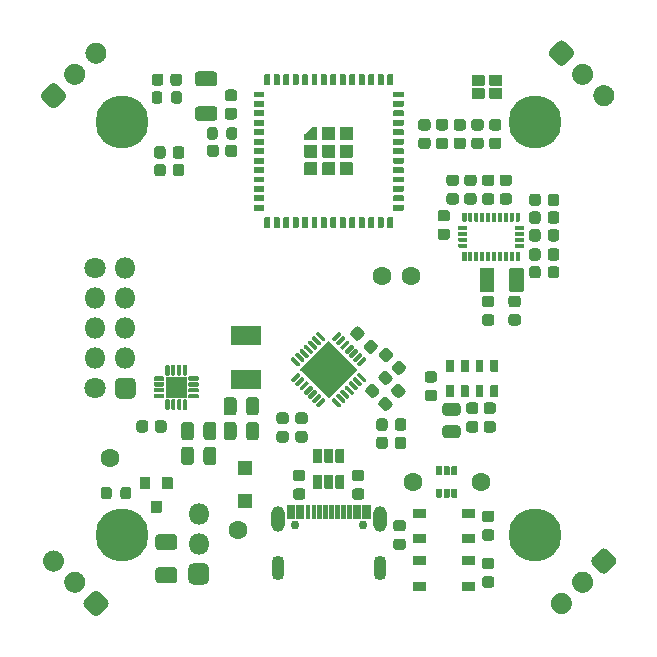
<source format=gts>
%TF.GenerationSoftware,KiCad,Pcbnew,(5.1.9-0-10_14)*%
%TF.CreationDate,2021-01-25T23:13:15-08:00*%
%TF.ProjectId,flight-computer-2,666c6967-6874-42d6-936f-6d7075746572,rev?*%
%TF.SameCoordinates,PX57bcf00PY58b1140*%
%TF.FileFunction,Soldermask,Top*%
%TF.FilePolarity,Negative*%
%FSLAX46Y46*%
G04 Gerber Fmt 4.6, Leading zero omitted, Abs format (unit mm)*
G04 Created by KiCad (PCBNEW (5.1.9-0-10_14)) date 2021-01-25 23:13:15*
%MOMM*%
%LPD*%
G01*
G04 APERTURE LIST*
%ADD10C,0.100000*%
%ADD11O,1.800000X1.800000*%
%ADD12C,1.800000*%
%ADD13C,1.600000*%
%ADD14O,1.100000X2.100000*%
%ADD15O,1.150000X2.200000*%
%ADD16C,0.750000*%
%ADD17C,4.500000*%
G04 APERTURE END LIST*
D10*
G36*
X24504899Y42554759D02*
G01*
X24505874Y42554663D01*
X24515511Y42552744D01*
X24516449Y42552459D01*
X24525469Y42548723D01*
X24526334Y42548261D01*
X24534465Y42542834D01*
X24535223Y42542213D01*
X24542213Y42535223D01*
X24542834Y42534465D01*
X24548261Y42526334D01*
X24548723Y42525469D01*
X24552459Y42516449D01*
X24552744Y42515511D01*
X24554663Y42505874D01*
X24554759Y42504899D01*
X24555000Y42500000D01*
X24555000Y41500000D01*
X24554759Y41495101D01*
X24554663Y41494126D01*
X24552744Y41484489D01*
X24552459Y41483551D01*
X24548723Y41474531D01*
X24548261Y41473666D01*
X24542834Y41465535D01*
X24542213Y41464777D01*
X24535223Y41457787D01*
X24534465Y41457166D01*
X24526334Y41451739D01*
X24525469Y41451277D01*
X24516449Y41447541D01*
X24515511Y41447256D01*
X24505874Y41445337D01*
X24504899Y41445241D01*
X24500000Y41445000D01*
X23500000Y41445000D01*
X23495101Y41445241D01*
X23494126Y41445337D01*
X23484489Y41447256D01*
X23483551Y41447541D01*
X23474531Y41451277D01*
X23473666Y41451739D01*
X23465535Y41457166D01*
X23464777Y41457787D01*
X23457787Y41464777D01*
X23457166Y41465535D01*
X23451739Y41473666D01*
X23451277Y41474531D01*
X23447541Y41483551D01*
X23447256Y41484489D01*
X23445337Y41494126D01*
X23445241Y41495101D01*
X23445000Y41500000D01*
X23445000Y41900000D01*
X23445241Y41904899D01*
X23445337Y41905874D01*
X23447256Y41915511D01*
X23447541Y41916449D01*
X23451277Y41925469D01*
X23451739Y41926334D01*
X23457166Y41934465D01*
X23457787Y41935223D01*
X23461109Y41938891D01*
X24061109Y42538891D01*
X24064777Y42542213D01*
X24065535Y42542834D01*
X24073666Y42548261D01*
X24074531Y42548723D01*
X24083551Y42552459D01*
X24084489Y42552744D01*
X24094126Y42554663D01*
X24095101Y42554759D01*
X24100000Y42555000D01*
X24500000Y42555000D01*
X24504899Y42554759D01*
G37*
G36*
G01*
X20000000Y45050000D02*
X19200000Y45050000D01*
G75*
G02*
X19150000Y45100000I0J50000D01*
G01*
X19150000Y45500000D01*
G75*
G02*
X19200000Y45550000I50000J0D01*
G01*
X20000000Y45550000D01*
G75*
G02*
X20050000Y45500000I0J-50000D01*
G01*
X20050000Y45100000D01*
G75*
G02*
X20000000Y45050000I-50000J0D01*
G01*
G37*
G36*
G01*
X20000000Y44250000D02*
X19200000Y44250000D01*
G75*
G02*
X19150000Y44300000I0J50000D01*
G01*
X19150000Y44700000D01*
G75*
G02*
X19200000Y44750000I50000J0D01*
G01*
X20000000Y44750000D01*
G75*
G02*
X20050000Y44700000I0J-50000D01*
G01*
X20050000Y44300000D01*
G75*
G02*
X20000000Y44250000I-50000J0D01*
G01*
G37*
G36*
G01*
X20000000Y43450000D02*
X19200000Y43450000D01*
G75*
G02*
X19150000Y43500000I0J50000D01*
G01*
X19150000Y43900000D01*
G75*
G02*
X19200000Y43950000I50000J0D01*
G01*
X20000000Y43950000D01*
G75*
G02*
X20050000Y43900000I0J-50000D01*
G01*
X20050000Y43500000D01*
G75*
G02*
X20000000Y43450000I-50000J0D01*
G01*
G37*
G36*
G01*
X20000000Y42650000D02*
X19200000Y42650000D01*
G75*
G02*
X19150000Y42700000I0J50000D01*
G01*
X19150000Y43100000D01*
G75*
G02*
X19200000Y43150000I50000J0D01*
G01*
X20000000Y43150000D01*
G75*
G02*
X20050000Y43100000I0J-50000D01*
G01*
X20050000Y42700000D01*
G75*
G02*
X20000000Y42650000I-50000J0D01*
G01*
G37*
G36*
G01*
X20000000Y41850000D02*
X19200000Y41850000D01*
G75*
G02*
X19150000Y41900000I0J50000D01*
G01*
X19150000Y42300000D01*
G75*
G02*
X19200000Y42350000I50000J0D01*
G01*
X20000000Y42350000D01*
G75*
G02*
X20050000Y42300000I0J-50000D01*
G01*
X20050000Y41900000D01*
G75*
G02*
X20000000Y41850000I-50000J0D01*
G01*
G37*
G36*
G01*
X20000000Y41050000D02*
X19200000Y41050000D01*
G75*
G02*
X19150000Y41100000I0J50000D01*
G01*
X19150000Y41500000D01*
G75*
G02*
X19200000Y41550000I50000J0D01*
G01*
X20000000Y41550000D01*
G75*
G02*
X20050000Y41500000I0J-50000D01*
G01*
X20050000Y41100000D01*
G75*
G02*
X20000000Y41050000I-50000J0D01*
G01*
G37*
G36*
G01*
X20000000Y40250000D02*
X19200000Y40250000D01*
G75*
G02*
X19150000Y40300000I0J50000D01*
G01*
X19150000Y40700000D01*
G75*
G02*
X19200000Y40750000I50000J0D01*
G01*
X20000000Y40750000D01*
G75*
G02*
X20050000Y40700000I0J-50000D01*
G01*
X20050000Y40300000D01*
G75*
G02*
X20000000Y40250000I-50000J0D01*
G01*
G37*
G36*
G01*
X20000000Y39450000D02*
X19200000Y39450000D01*
G75*
G02*
X19150000Y39500000I0J50000D01*
G01*
X19150000Y39900000D01*
G75*
G02*
X19200000Y39950000I50000J0D01*
G01*
X20000000Y39950000D01*
G75*
G02*
X20050000Y39900000I0J-50000D01*
G01*
X20050000Y39500000D01*
G75*
G02*
X20000000Y39450000I-50000J0D01*
G01*
G37*
G36*
G01*
X20000000Y38650000D02*
X19200000Y38650000D01*
G75*
G02*
X19150000Y38700000I0J50000D01*
G01*
X19150000Y39100000D01*
G75*
G02*
X19200000Y39150000I50000J0D01*
G01*
X20000000Y39150000D01*
G75*
G02*
X20050000Y39100000I0J-50000D01*
G01*
X20050000Y38700000D01*
G75*
G02*
X20000000Y38650000I-50000J0D01*
G01*
G37*
G36*
G01*
X20000000Y37850000D02*
X19200000Y37850000D01*
G75*
G02*
X19150000Y37900000I0J50000D01*
G01*
X19150000Y38300000D01*
G75*
G02*
X19200000Y38350000I50000J0D01*
G01*
X20000000Y38350000D01*
G75*
G02*
X20050000Y38300000I0J-50000D01*
G01*
X20050000Y37900000D01*
G75*
G02*
X20000000Y37850000I-50000J0D01*
G01*
G37*
G36*
G01*
X20000000Y37050000D02*
X19200000Y37050000D01*
G75*
G02*
X19150000Y37100000I0J50000D01*
G01*
X19150000Y37500000D01*
G75*
G02*
X19200000Y37550000I50000J0D01*
G01*
X20000000Y37550000D01*
G75*
G02*
X20050000Y37500000I0J-50000D01*
G01*
X20050000Y37100000D01*
G75*
G02*
X20000000Y37050000I-50000J0D01*
G01*
G37*
G36*
G01*
X20000000Y36250000D02*
X19200000Y36250000D01*
G75*
G02*
X19150000Y36300000I0J50000D01*
G01*
X19150000Y36700000D01*
G75*
G02*
X19200000Y36750000I50000J0D01*
G01*
X20000000Y36750000D01*
G75*
G02*
X20050000Y36700000I0J-50000D01*
G01*
X20050000Y36300000D01*
G75*
G02*
X20000000Y36250000I-50000J0D01*
G01*
G37*
G36*
G01*
X20000000Y35450000D02*
X19200000Y35450000D01*
G75*
G02*
X19150000Y35500000I0J50000D01*
G01*
X19150000Y35900000D01*
G75*
G02*
X19200000Y35950000I50000J0D01*
G01*
X20000000Y35950000D01*
G75*
G02*
X20050000Y35900000I0J-50000D01*
G01*
X20050000Y35500000D01*
G75*
G02*
X20000000Y35450000I-50000J0D01*
G01*
G37*
G36*
G01*
X20050000Y34050000D02*
X20050000Y34850000D01*
G75*
G02*
X20100000Y34900000I50000J0D01*
G01*
X20500000Y34900000D01*
G75*
G02*
X20550000Y34850000I0J-50000D01*
G01*
X20550000Y34050000D01*
G75*
G02*
X20500000Y34000000I-50000J0D01*
G01*
X20100000Y34000000D01*
G75*
G02*
X20050000Y34050000I0J50000D01*
G01*
G37*
G36*
G01*
X20850000Y34050000D02*
X20850000Y34850000D01*
G75*
G02*
X20900000Y34900000I50000J0D01*
G01*
X21300000Y34900000D01*
G75*
G02*
X21350000Y34850000I0J-50000D01*
G01*
X21350000Y34050000D01*
G75*
G02*
X21300000Y34000000I-50000J0D01*
G01*
X20900000Y34000000D01*
G75*
G02*
X20850000Y34050000I0J50000D01*
G01*
G37*
G36*
G01*
X21650000Y34050000D02*
X21650000Y34850000D01*
G75*
G02*
X21700000Y34900000I50000J0D01*
G01*
X22100000Y34900000D01*
G75*
G02*
X22150000Y34850000I0J-50000D01*
G01*
X22150000Y34050000D01*
G75*
G02*
X22100000Y34000000I-50000J0D01*
G01*
X21700000Y34000000D01*
G75*
G02*
X21650000Y34050000I0J50000D01*
G01*
G37*
G36*
G01*
X22450000Y34050000D02*
X22450000Y34850000D01*
G75*
G02*
X22500000Y34900000I50000J0D01*
G01*
X22900000Y34900000D01*
G75*
G02*
X22950000Y34850000I0J-50000D01*
G01*
X22950000Y34050000D01*
G75*
G02*
X22900000Y34000000I-50000J0D01*
G01*
X22500000Y34000000D01*
G75*
G02*
X22450000Y34050000I0J50000D01*
G01*
G37*
G36*
G01*
X23250000Y34050000D02*
X23250000Y34850000D01*
G75*
G02*
X23300000Y34900000I50000J0D01*
G01*
X23700000Y34900000D01*
G75*
G02*
X23750000Y34850000I0J-50000D01*
G01*
X23750000Y34050000D01*
G75*
G02*
X23700000Y34000000I-50000J0D01*
G01*
X23300000Y34000000D01*
G75*
G02*
X23250000Y34050000I0J50000D01*
G01*
G37*
G36*
G01*
X24050000Y34050000D02*
X24050000Y34850000D01*
G75*
G02*
X24100000Y34900000I50000J0D01*
G01*
X24500000Y34900000D01*
G75*
G02*
X24550000Y34850000I0J-50000D01*
G01*
X24550000Y34050000D01*
G75*
G02*
X24500000Y34000000I-50000J0D01*
G01*
X24100000Y34000000D01*
G75*
G02*
X24050000Y34050000I0J50000D01*
G01*
G37*
G36*
G01*
X24850000Y34050000D02*
X24850000Y34850000D01*
G75*
G02*
X24900000Y34900000I50000J0D01*
G01*
X25300000Y34900000D01*
G75*
G02*
X25350000Y34850000I0J-50000D01*
G01*
X25350000Y34050000D01*
G75*
G02*
X25300000Y34000000I-50000J0D01*
G01*
X24900000Y34000000D01*
G75*
G02*
X24850000Y34050000I0J50000D01*
G01*
G37*
G36*
G01*
X25650000Y34050000D02*
X25650000Y34850000D01*
G75*
G02*
X25700000Y34900000I50000J0D01*
G01*
X26100000Y34900000D01*
G75*
G02*
X26150000Y34850000I0J-50000D01*
G01*
X26150000Y34050000D01*
G75*
G02*
X26100000Y34000000I-50000J0D01*
G01*
X25700000Y34000000D01*
G75*
G02*
X25650000Y34050000I0J50000D01*
G01*
G37*
G36*
G01*
X26450000Y34050000D02*
X26450000Y34850000D01*
G75*
G02*
X26500000Y34900000I50000J0D01*
G01*
X26900000Y34900000D01*
G75*
G02*
X26950000Y34850000I0J-50000D01*
G01*
X26950000Y34050000D01*
G75*
G02*
X26900000Y34000000I-50000J0D01*
G01*
X26500000Y34000000D01*
G75*
G02*
X26450000Y34050000I0J50000D01*
G01*
G37*
G36*
G01*
X27250000Y34050000D02*
X27250000Y34850000D01*
G75*
G02*
X27300000Y34900000I50000J0D01*
G01*
X27700000Y34900000D01*
G75*
G02*
X27750000Y34850000I0J-50000D01*
G01*
X27750000Y34050000D01*
G75*
G02*
X27700000Y34000000I-50000J0D01*
G01*
X27300000Y34000000D01*
G75*
G02*
X27250000Y34050000I0J50000D01*
G01*
G37*
G36*
G01*
X28050000Y34050000D02*
X28050000Y34850000D01*
G75*
G02*
X28100000Y34900000I50000J0D01*
G01*
X28500000Y34900000D01*
G75*
G02*
X28550000Y34850000I0J-50000D01*
G01*
X28550000Y34050000D01*
G75*
G02*
X28500000Y34000000I-50000J0D01*
G01*
X28100000Y34000000D01*
G75*
G02*
X28050000Y34050000I0J50000D01*
G01*
G37*
G36*
G01*
X28850000Y34050000D02*
X28850000Y34850000D01*
G75*
G02*
X28900000Y34900000I50000J0D01*
G01*
X29300000Y34900000D01*
G75*
G02*
X29350000Y34850000I0J-50000D01*
G01*
X29350000Y34050000D01*
G75*
G02*
X29300000Y34000000I-50000J0D01*
G01*
X28900000Y34000000D01*
G75*
G02*
X28850000Y34050000I0J50000D01*
G01*
G37*
G36*
G01*
X29650000Y34050000D02*
X29650000Y34850000D01*
G75*
G02*
X29700000Y34900000I50000J0D01*
G01*
X30100000Y34900000D01*
G75*
G02*
X30150000Y34850000I0J-50000D01*
G01*
X30150000Y34050000D01*
G75*
G02*
X30100000Y34000000I-50000J0D01*
G01*
X29700000Y34000000D01*
G75*
G02*
X29650000Y34050000I0J50000D01*
G01*
G37*
G36*
G01*
X30450000Y34050000D02*
X30450000Y34850000D01*
G75*
G02*
X30500000Y34900000I50000J0D01*
G01*
X30900000Y34900000D01*
G75*
G02*
X30950000Y34850000I0J-50000D01*
G01*
X30950000Y34050000D01*
G75*
G02*
X30900000Y34000000I-50000J0D01*
G01*
X30500000Y34000000D01*
G75*
G02*
X30450000Y34050000I0J50000D01*
G01*
G37*
G36*
G01*
X31800000Y35450000D02*
X31000000Y35450000D01*
G75*
G02*
X30950000Y35500000I0J50000D01*
G01*
X30950000Y35900000D01*
G75*
G02*
X31000000Y35950000I50000J0D01*
G01*
X31800000Y35950000D01*
G75*
G02*
X31850000Y35900000I0J-50000D01*
G01*
X31850000Y35500000D01*
G75*
G02*
X31800000Y35450000I-50000J0D01*
G01*
G37*
G36*
G01*
X31800000Y36250000D02*
X31000000Y36250000D01*
G75*
G02*
X30950000Y36300000I0J50000D01*
G01*
X30950000Y36700000D01*
G75*
G02*
X31000000Y36750000I50000J0D01*
G01*
X31800000Y36750000D01*
G75*
G02*
X31850000Y36700000I0J-50000D01*
G01*
X31850000Y36300000D01*
G75*
G02*
X31800000Y36250000I-50000J0D01*
G01*
G37*
G36*
G01*
X31800000Y37050000D02*
X31000000Y37050000D01*
G75*
G02*
X30950000Y37100000I0J50000D01*
G01*
X30950000Y37500000D01*
G75*
G02*
X31000000Y37550000I50000J0D01*
G01*
X31800000Y37550000D01*
G75*
G02*
X31850000Y37500000I0J-50000D01*
G01*
X31850000Y37100000D01*
G75*
G02*
X31800000Y37050000I-50000J0D01*
G01*
G37*
G36*
G01*
X31800000Y37850000D02*
X31000000Y37850000D01*
G75*
G02*
X30950000Y37900000I0J50000D01*
G01*
X30950000Y38300000D01*
G75*
G02*
X31000000Y38350000I50000J0D01*
G01*
X31800000Y38350000D01*
G75*
G02*
X31850000Y38300000I0J-50000D01*
G01*
X31850000Y37900000D01*
G75*
G02*
X31800000Y37850000I-50000J0D01*
G01*
G37*
G36*
G01*
X31800000Y38650000D02*
X31000000Y38650000D01*
G75*
G02*
X30950000Y38700000I0J50000D01*
G01*
X30950000Y39100000D01*
G75*
G02*
X31000000Y39150000I50000J0D01*
G01*
X31800000Y39150000D01*
G75*
G02*
X31850000Y39100000I0J-50000D01*
G01*
X31850000Y38700000D01*
G75*
G02*
X31800000Y38650000I-50000J0D01*
G01*
G37*
G36*
G01*
X31800000Y39450000D02*
X31000000Y39450000D01*
G75*
G02*
X30950000Y39500000I0J50000D01*
G01*
X30950000Y39900000D01*
G75*
G02*
X31000000Y39950000I50000J0D01*
G01*
X31800000Y39950000D01*
G75*
G02*
X31850000Y39900000I0J-50000D01*
G01*
X31850000Y39500000D01*
G75*
G02*
X31800000Y39450000I-50000J0D01*
G01*
G37*
G36*
G01*
X31800000Y40250000D02*
X31000000Y40250000D01*
G75*
G02*
X30950000Y40300000I0J50000D01*
G01*
X30950000Y40700000D01*
G75*
G02*
X31000000Y40750000I50000J0D01*
G01*
X31800000Y40750000D01*
G75*
G02*
X31850000Y40700000I0J-50000D01*
G01*
X31850000Y40300000D01*
G75*
G02*
X31800000Y40250000I-50000J0D01*
G01*
G37*
G36*
G01*
X31800000Y41050000D02*
X31000000Y41050000D01*
G75*
G02*
X30950000Y41100000I0J50000D01*
G01*
X30950000Y41500000D01*
G75*
G02*
X31000000Y41550000I50000J0D01*
G01*
X31800000Y41550000D01*
G75*
G02*
X31850000Y41500000I0J-50000D01*
G01*
X31850000Y41100000D01*
G75*
G02*
X31800000Y41050000I-50000J0D01*
G01*
G37*
G36*
G01*
X31800000Y41850000D02*
X31000000Y41850000D01*
G75*
G02*
X30950000Y41900000I0J50000D01*
G01*
X30950000Y42300000D01*
G75*
G02*
X31000000Y42350000I50000J0D01*
G01*
X31800000Y42350000D01*
G75*
G02*
X31850000Y42300000I0J-50000D01*
G01*
X31850000Y41900000D01*
G75*
G02*
X31800000Y41850000I-50000J0D01*
G01*
G37*
G36*
G01*
X31800000Y42650000D02*
X31000000Y42650000D01*
G75*
G02*
X30950000Y42700000I0J50000D01*
G01*
X30950000Y43100000D01*
G75*
G02*
X31000000Y43150000I50000J0D01*
G01*
X31800000Y43150000D01*
G75*
G02*
X31850000Y43100000I0J-50000D01*
G01*
X31850000Y42700000D01*
G75*
G02*
X31800000Y42650000I-50000J0D01*
G01*
G37*
G36*
G01*
X31800000Y43450000D02*
X31000000Y43450000D01*
G75*
G02*
X30950000Y43500000I0J50000D01*
G01*
X30950000Y43900000D01*
G75*
G02*
X31000000Y43950000I50000J0D01*
G01*
X31800000Y43950000D01*
G75*
G02*
X31850000Y43900000I0J-50000D01*
G01*
X31850000Y43500000D01*
G75*
G02*
X31800000Y43450000I-50000J0D01*
G01*
G37*
G36*
G01*
X31800000Y44250000D02*
X31000000Y44250000D01*
G75*
G02*
X30950000Y44300000I0J50000D01*
G01*
X30950000Y44700000D01*
G75*
G02*
X31000000Y44750000I50000J0D01*
G01*
X31800000Y44750000D01*
G75*
G02*
X31850000Y44700000I0J-50000D01*
G01*
X31850000Y44300000D01*
G75*
G02*
X31800000Y44250000I-50000J0D01*
G01*
G37*
G36*
G01*
X31800000Y45050000D02*
X31000000Y45050000D01*
G75*
G02*
X30950000Y45100000I0J50000D01*
G01*
X30950000Y45500000D01*
G75*
G02*
X31000000Y45550000I50000J0D01*
G01*
X31800000Y45550000D01*
G75*
G02*
X31850000Y45500000I0J-50000D01*
G01*
X31850000Y45100000D01*
G75*
G02*
X31800000Y45050000I-50000J0D01*
G01*
G37*
G36*
G01*
X30950000Y46950000D02*
X30950000Y46150000D01*
G75*
G02*
X30900000Y46100000I-50000J0D01*
G01*
X30500000Y46100000D01*
G75*
G02*
X30450000Y46150000I0J50000D01*
G01*
X30450000Y46950000D01*
G75*
G02*
X30500000Y47000000I50000J0D01*
G01*
X30900000Y47000000D01*
G75*
G02*
X30950000Y46950000I0J-50000D01*
G01*
G37*
G36*
G01*
X30150000Y46950000D02*
X30150000Y46150000D01*
G75*
G02*
X30100000Y46100000I-50000J0D01*
G01*
X29700000Y46100000D01*
G75*
G02*
X29650000Y46150000I0J50000D01*
G01*
X29650000Y46950000D01*
G75*
G02*
X29700000Y47000000I50000J0D01*
G01*
X30100000Y47000000D01*
G75*
G02*
X30150000Y46950000I0J-50000D01*
G01*
G37*
G36*
G01*
X28850000Y46150000D02*
X28850000Y46950000D01*
G75*
G02*
X28900000Y47000000I50000J0D01*
G01*
X29300000Y47000000D01*
G75*
G02*
X29350000Y46950000I0J-50000D01*
G01*
X29350000Y46150000D01*
G75*
G02*
X29300000Y46100000I-50000J0D01*
G01*
X28900000Y46100000D01*
G75*
G02*
X28850000Y46150000I0J50000D01*
G01*
G37*
G36*
G01*
X28050000Y46150000D02*
X28050000Y46950000D01*
G75*
G02*
X28100000Y47000000I50000J0D01*
G01*
X28500000Y47000000D01*
G75*
G02*
X28550000Y46950000I0J-50000D01*
G01*
X28550000Y46150000D01*
G75*
G02*
X28500000Y46100000I-50000J0D01*
G01*
X28100000Y46100000D01*
G75*
G02*
X28050000Y46150000I0J50000D01*
G01*
G37*
G36*
G01*
X27250000Y46150000D02*
X27250000Y46950000D01*
G75*
G02*
X27300000Y47000000I50000J0D01*
G01*
X27700000Y47000000D01*
G75*
G02*
X27750000Y46950000I0J-50000D01*
G01*
X27750000Y46150000D01*
G75*
G02*
X27700000Y46100000I-50000J0D01*
G01*
X27300000Y46100000D01*
G75*
G02*
X27250000Y46150000I0J50000D01*
G01*
G37*
G36*
G01*
X26450000Y46150000D02*
X26450000Y46950000D01*
G75*
G02*
X26500000Y47000000I50000J0D01*
G01*
X26900000Y47000000D01*
G75*
G02*
X26950000Y46950000I0J-50000D01*
G01*
X26950000Y46150000D01*
G75*
G02*
X26900000Y46100000I-50000J0D01*
G01*
X26500000Y46100000D01*
G75*
G02*
X26450000Y46150000I0J50000D01*
G01*
G37*
G36*
G01*
X25650000Y46150000D02*
X25650000Y46950000D01*
G75*
G02*
X25700000Y47000000I50000J0D01*
G01*
X26100000Y47000000D01*
G75*
G02*
X26150000Y46950000I0J-50000D01*
G01*
X26150000Y46150000D01*
G75*
G02*
X26100000Y46100000I-50000J0D01*
G01*
X25700000Y46100000D01*
G75*
G02*
X25650000Y46150000I0J50000D01*
G01*
G37*
G36*
G01*
X24850000Y46150000D02*
X24850000Y46950000D01*
G75*
G02*
X24900000Y47000000I50000J0D01*
G01*
X25300000Y47000000D01*
G75*
G02*
X25350000Y46950000I0J-50000D01*
G01*
X25350000Y46150000D01*
G75*
G02*
X25300000Y46100000I-50000J0D01*
G01*
X24900000Y46100000D01*
G75*
G02*
X24850000Y46150000I0J50000D01*
G01*
G37*
G36*
G01*
X24050000Y46150000D02*
X24050000Y46950000D01*
G75*
G02*
X24100000Y47000000I50000J0D01*
G01*
X24500000Y47000000D01*
G75*
G02*
X24550000Y46950000I0J-50000D01*
G01*
X24550000Y46150000D01*
G75*
G02*
X24500000Y46100000I-50000J0D01*
G01*
X24100000Y46100000D01*
G75*
G02*
X24050000Y46150000I0J50000D01*
G01*
G37*
G36*
G01*
X23250000Y46150000D02*
X23250000Y46950000D01*
G75*
G02*
X23300000Y47000000I50000J0D01*
G01*
X23700000Y47000000D01*
G75*
G02*
X23750000Y46950000I0J-50000D01*
G01*
X23750000Y46150000D01*
G75*
G02*
X23700000Y46100000I-50000J0D01*
G01*
X23300000Y46100000D01*
G75*
G02*
X23250000Y46150000I0J50000D01*
G01*
G37*
G36*
G01*
X22450000Y46150000D02*
X22450000Y46950000D01*
G75*
G02*
X22500000Y47000000I50000J0D01*
G01*
X22900000Y47000000D01*
G75*
G02*
X22950000Y46950000I0J-50000D01*
G01*
X22950000Y46150000D01*
G75*
G02*
X22900000Y46100000I-50000J0D01*
G01*
X22500000Y46100000D01*
G75*
G02*
X22450000Y46150000I0J50000D01*
G01*
G37*
G36*
G01*
X21650000Y46150000D02*
X21650000Y46950000D01*
G75*
G02*
X21700000Y47000000I50000J0D01*
G01*
X22100000Y47000000D01*
G75*
G02*
X22150000Y46950000I0J-50000D01*
G01*
X22150000Y46150000D01*
G75*
G02*
X22100000Y46100000I-50000J0D01*
G01*
X21700000Y46100000D01*
G75*
G02*
X21650000Y46150000I0J50000D01*
G01*
G37*
G36*
G01*
X20850000Y46150000D02*
X20850000Y46950000D01*
G75*
G02*
X20900000Y47000000I50000J0D01*
G01*
X21300000Y47000000D01*
G75*
G02*
X21350000Y46950000I0J-50000D01*
G01*
X21350000Y46150000D01*
G75*
G02*
X21300000Y46100000I-50000J0D01*
G01*
X20900000Y46100000D01*
G75*
G02*
X20850000Y46150000I0J50000D01*
G01*
G37*
G36*
G01*
X20050000Y46150000D02*
X20050000Y46950000D01*
G75*
G02*
X20100000Y47000000I50000J0D01*
G01*
X20500000Y47000000D01*
G75*
G02*
X20550000Y46950000I0J-50000D01*
G01*
X20550000Y46150000D01*
G75*
G02*
X20500000Y46100000I-50000J0D01*
G01*
X20100000Y46100000D01*
G75*
G02*
X20050000Y46150000I0J50000D01*
G01*
G37*
G36*
G01*
X24950000Y40000000D02*
X24950000Y41000000D01*
G75*
G02*
X25000000Y41050000I50000J0D01*
G01*
X26000000Y41050000D01*
G75*
G02*
X26050000Y41000000I0J-50000D01*
G01*
X26050000Y40000000D01*
G75*
G02*
X26000000Y39950000I-50000J0D01*
G01*
X25000000Y39950000D01*
G75*
G02*
X24950000Y40000000I0J50000D01*
G01*
G37*
G36*
G01*
X23450000Y40000000D02*
X23450000Y41000000D01*
G75*
G02*
X23500000Y41050000I50000J0D01*
G01*
X24500000Y41050000D01*
G75*
G02*
X24550000Y41000000I0J-50000D01*
G01*
X24550000Y40000000D01*
G75*
G02*
X24500000Y39950000I-50000J0D01*
G01*
X23500000Y39950000D01*
G75*
G02*
X23450000Y40000000I0J50000D01*
G01*
G37*
G36*
G01*
X26450000Y40000000D02*
X26450000Y41000000D01*
G75*
G02*
X26500000Y41050000I50000J0D01*
G01*
X27500000Y41050000D01*
G75*
G02*
X27550000Y41000000I0J-50000D01*
G01*
X27550000Y40000000D01*
G75*
G02*
X27500000Y39950000I-50000J0D01*
G01*
X26500000Y39950000D01*
G75*
G02*
X26450000Y40000000I0J50000D01*
G01*
G37*
G36*
G01*
X26450000Y38500000D02*
X26450000Y39500000D01*
G75*
G02*
X26500000Y39550000I50000J0D01*
G01*
X27500000Y39550000D01*
G75*
G02*
X27550000Y39500000I0J-50000D01*
G01*
X27550000Y38500000D01*
G75*
G02*
X27500000Y38450000I-50000J0D01*
G01*
X26500000Y38450000D01*
G75*
G02*
X26450000Y38500000I0J50000D01*
G01*
G37*
G36*
G01*
X23450000Y38500000D02*
X23450000Y39500000D01*
G75*
G02*
X23500000Y39550000I50000J0D01*
G01*
X24500000Y39550000D01*
G75*
G02*
X24550000Y39500000I0J-50000D01*
G01*
X24550000Y38500000D01*
G75*
G02*
X24500000Y38450000I-50000J0D01*
G01*
X23500000Y38450000D01*
G75*
G02*
X23450000Y38500000I0J50000D01*
G01*
G37*
G36*
G01*
X24950000Y38500000D02*
X24950000Y39500000D01*
G75*
G02*
X25000000Y39550000I50000J0D01*
G01*
X26000000Y39550000D01*
G75*
G02*
X26050000Y39500000I0J-50000D01*
G01*
X26050000Y38500000D01*
G75*
G02*
X26000000Y38450000I-50000J0D01*
G01*
X25000000Y38450000D01*
G75*
G02*
X24950000Y38500000I0J50000D01*
G01*
G37*
G36*
G01*
X26450000Y41500000D02*
X26450000Y42500000D01*
G75*
G02*
X26500000Y42550000I50000J0D01*
G01*
X27500000Y42550000D01*
G75*
G02*
X27550000Y42500000I0J-50000D01*
G01*
X27550000Y41500000D01*
G75*
G02*
X27500000Y41450000I-50000J0D01*
G01*
X26500000Y41450000D01*
G75*
G02*
X26450000Y41500000I0J50000D01*
G01*
G37*
G36*
G01*
X24950000Y41500000D02*
X24950000Y42500000D01*
G75*
G02*
X25000000Y42550000I50000J0D01*
G01*
X26000000Y42550000D01*
G75*
G02*
X26050000Y42500000I0J-50000D01*
G01*
X26050000Y41500000D01*
G75*
G02*
X26000000Y41450000I-50000J0D01*
G01*
X25000000Y41450000D01*
G75*
G02*
X24950000Y41500000I0J50000D01*
G01*
G37*
G36*
G01*
X17250000Y22000000D02*
X19750000Y22000000D01*
G75*
G02*
X19800000Y21950000I0J-50000D01*
G01*
X19800000Y20450000D01*
G75*
G02*
X19750000Y20400000I-50000J0D01*
G01*
X17250000Y20400000D01*
G75*
G02*
X17200000Y20450000I0J50000D01*
G01*
X17200000Y21950000D01*
G75*
G02*
X17250000Y22000000I50000J0D01*
G01*
G37*
G36*
G01*
X17250000Y25700000D02*
X19750000Y25700000D01*
G75*
G02*
X19800000Y25650000I0J-50000D01*
G01*
X19800000Y24150000D01*
G75*
G02*
X19750000Y24100000I-50000J0D01*
G01*
X17250000Y24100000D01*
G75*
G02*
X17200000Y24150000I0J50000D01*
G01*
X17200000Y25650000D01*
G75*
G02*
X17250000Y25700000I50000J0D01*
G01*
G37*
G36*
G01*
X11700000Y40681250D02*
X11700000Y40118750D01*
G75*
G02*
X11456250Y39875000I-243750J0D01*
G01*
X10968750Y39875000D01*
G75*
G02*
X10725000Y40118750I0J243750D01*
G01*
X10725000Y40681250D01*
G75*
G02*
X10968750Y40925000I243750J0D01*
G01*
X11456250Y40925000D01*
G75*
G02*
X11700000Y40681250I0J-243750D01*
G01*
G37*
G36*
G01*
X13275000Y40681250D02*
X13275000Y40118750D01*
G75*
G02*
X13031250Y39875000I-243750J0D01*
G01*
X12543750Y39875000D01*
G75*
G02*
X12300000Y40118750I0J243750D01*
G01*
X12300000Y40681250D01*
G75*
G02*
X12543750Y40925000I243750J0D01*
G01*
X13031250Y40925000D01*
G75*
G02*
X13275000Y40681250I0J-243750D01*
G01*
G37*
G36*
G01*
X12300000Y38618750D02*
X12300000Y39181250D01*
G75*
G02*
X12543750Y39425000I243750J0D01*
G01*
X13031250Y39425000D01*
G75*
G02*
X13275000Y39181250I0J-243750D01*
G01*
X13275000Y38618750D01*
G75*
G02*
X13031250Y38375000I-243750J0D01*
G01*
X12543750Y38375000D01*
G75*
G02*
X12300000Y38618750I0J243750D01*
G01*
G37*
G36*
G01*
X10725000Y38618750D02*
X10725000Y39181250D01*
G75*
G02*
X10968750Y39425000I243750J0D01*
G01*
X11456250Y39425000D01*
G75*
G02*
X11700000Y39181250I0J-243750D01*
G01*
X11700000Y38618750D01*
G75*
G02*
X11456250Y38375000I-243750J0D01*
G01*
X10968750Y38375000D01*
G75*
G02*
X10725000Y38618750I0J243750D01*
G01*
G37*
D11*
X14500000Y9790000D03*
X14500000Y7250000D03*
G36*
G01*
X15400000Y5160000D02*
X15400000Y4260000D01*
G75*
G02*
X14950000Y3810000I-450000J0D01*
G01*
X14050000Y3810000D01*
G75*
G02*
X13600000Y4260000I0J450000D01*
G01*
X13600000Y5160000D01*
G75*
G02*
X14050000Y5610000I450000J0D01*
G01*
X14950000Y5610000D01*
G75*
G02*
X15400000Y5160000I0J-450000D01*
G01*
G37*
G36*
G01*
X44050000Y33093750D02*
X44050000Y33656250D01*
G75*
G02*
X44293750Y33900000I243750J0D01*
G01*
X44781250Y33900000D01*
G75*
G02*
X45025000Y33656250I0J-243750D01*
G01*
X45025000Y33093750D01*
G75*
G02*
X44781250Y32850000I-243750J0D01*
G01*
X44293750Y32850000D01*
G75*
G02*
X44050000Y33093750I0J243750D01*
G01*
G37*
G36*
G01*
X42475000Y33093750D02*
X42475000Y33656250D01*
G75*
G02*
X42718750Y33900000I243750J0D01*
G01*
X43206250Y33900000D01*
G75*
G02*
X43450000Y33656250I0J-243750D01*
G01*
X43450000Y33093750D01*
G75*
G02*
X43206250Y32850000I-243750J0D01*
G01*
X42718750Y32850000D01*
G75*
G02*
X42475000Y33093750I0J243750D01*
G01*
G37*
G36*
G01*
X16850000Y41700000D02*
X16850000Y42300000D01*
G75*
G02*
X17075000Y42525000I225000J0D01*
G01*
X17525000Y42525000D01*
G75*
G02*
X17750000Y42300000I0J-225000D01*
G01*
X17750000Y41700000D01*
G75*
G02*
X17525000Y41475000I-225000J0D01*
G01*
X17075000Y41475000D01*
G75*
G02*
X16850000Y41700000I0J225000D01*
G01*
G37*
G36*
G01*
X15200000Y41700000D02*
X15200000Y42300000D01*
G75*
G02*
X15425000Y42525000I225000J0D01*
G01*
X15875000Y42525000D01*
G75*
G02*
X16100000Y42300000I0J-225000D01*
G01*
X16100000Y41700000D01*
G75*
G02*
X15875000Y41475000I-225000J0D01*
G01*
X15425000Y41475000D01*
G75*
G02*
X15200000Y41700000I0J225000D01*
G01*
G37*
G36*
G01*
X16200000Y40800000D02*
X16200000Y40250000D01*
G75*
G02*
X15950000Y40000000I-250000J0D01*
G01*
X15450000Y40000000D01*
G75*
G02*
X15200000Y40250000I0J250000D01*
G01*
X15200000Y40800000D01*
G75*
G02*
X15450000Y41050000I250000J0D01*
G01*
X15950000Y41050000D01*
G75*
G02*
X16200000Y40800000I0J-250000D01*
G01*
G37*
G36*
G01*
X17750000Y40800000D02*
X17750000Y40250000D01*
G75*
G02*
X17500000Y40000000I-250000J0D01*
G01*
X17000000Y40000000D01*
G75*
G02*
X16750000Y40250000I0J250000D01*
G01*
X16750000Y40800000D01*
G75*
G02*
X17000000Y41050000I250000J0D01*
G01*
X17500000Y41050000D01*
G75*
G02*
X17750000Y40800000I0J-250000D01*
G01*
G37*
G36*
G01*
X27904163Y21964645D02*
X25535355Y19595837D01*
G75*
G02*
X25464645Y19595837I-35355J35355D01*
G01*
X23095837Y21964645D01*
G75*
G02*
X23095837Y22035355I35355J35355D01*
G01*
X25464645Y24404163D01*
G75*
G02*
X25535355Y24404163I35355J-35355D01*
G01*
X27904163Y22035355D01*
G75*
G02*
X27904163Y21964645I-35355J-35355D01*
G01*
G37*
G36*
G01*
X25208319Y19339510D02*
X24695667Y18826858D01*
G75*
G02*
X24571923Y18826858I-61872J61872D01*
G01*
X24448179Y18950602D01*
G75*
G02*
X24448179Y19074346I61872J61872D01*
G01*
X24960831Y19586998D01*
G75*
G02*
X25084575Y19586998I61872J-61872D01*
G01*
X25208319Y19463254D01*
G75*
G02*
X25208319Y19339510I-61872J-61872D01*
G01*
G37*
G36*
G01*
X24854765Y19693064D02*
X24342113Y19180412D01*
G75*
G02*
X24218369Y19180412I-61872J61872D01*
G01*
X24094625Y19304156D01*
G75*
G02*
X24094625Y19427900I61872J61872D01*
G01*
X24607277Y19940552D01*
G75*
G02*
X24731021Y19940552I61872J-61872D01*
G01*
X24854765Y19816808D01*
G75*
G02*
X24854765Y19693064I-61872J-61872D01*
G01*
G37*
G36*
G01*
X24501212Y20046617D02*
X23988560Y19533965D01*
G75*
G02*
X23864816Y19533965I-61872J61872D01*
G01*
X23741072Y19657709D01*
G75*
G02*
X23741072Y19781453I61872J61872D01*
G01*
X24253724Y20294105D01*
G75*
G02*
X24377468Y20294105I61872J-61872D01*
G01*
X24501212Y20170361D01*
G75*
G02*
X24501212Y20046617I-61872J-61872D01*
G01*
G37*
G36*
G01*
X24147658Y20400170D02*
X23635006Y19887518D01*
G75*
G02*
X23511262Y19887518I-61872J61872D01*
G01*
X23387518Y20011262D01*
G75*
G02*
X23387518Y20135006I61872J61872D01*
G01*
X23900170Y20647658D01*
G75*
G02*
X24023914Y20647658I61872J-61872D01*
G01*
X24147658Y20523914D01*
G75*
G02*
X24147658Y20400170I-61872J-61872D01*
G01*
G37*
G36*
G01*
X23794105Y20753724D02*
X23281453Y20241072D01*
G75*
G02*
X23157709Y20241072I-61872J61872D01*
G01*
X23033965Y20364816D01*
G75*
G02*
X23033965Y20488560I61872J61872D01*
G01*
X23546617Y21001212D01*
G75*
G02*
X23670361Y21001212I61872J-61872D01*
G01*
X23794105Y20877468D01*
G75*
G02*
X23794105Y20753724I-61872J-61872D01*
G01*
G37*
G36*
G01*
X23440552Y21107277D02*
X22927900Y20594625D01*
G75*
G02*
X22804156Y20594625I-61872J61872D01*
G01*
X22680412Y20718369D01*
G75*
G02*
X22680412Y20842113I61872J61872D01*
G01*
X23193064Y21354765D01*
G75*
G02*
X23316808Y21354765I61872J-61872D01*
G01*
X23440552Y21231021D01*
G75*
G02*
X23440552Y21107277I-61872J-61872D01*
G01*
G37*
G36*
G01*
X23086998Y21460831D02*
X22574346Y20948179D01*
G75*
G02*
X22450602Y20948179I-61872J61872D01*
G01*
X22326858Y21071923D01*
G75*
G02*
X22326858Y21195667I61872J61872D01*
G01*
X22839510Y21708319D01*
G75*
G02*
X22963254Y21708319I61872J-61872D01*
G01*
X23086998Y21584575D01*
G75*
G02*
X23086998Y21460831I-61872J-61872D01*
G01*
G37*
G36*
G01*
X23086998Y22415425D02*
X22963254Y22291681D01*
G75*
G02*
X22839510Y22291681I-61872J61872D01*
G01*
X22326858Y22804333D01*
G75*
G02*
X22326858Y22928077I61872J61872D01*
G01*
X22450602Y23051821D01*
G75*
G02*
X22574346Y23051821I61872J-61872D01*
G01*
X23086998Y22539169D01*
G75*
G02*
X23086998Y22415425I-61872J-61872D01*
G01*
G37*
G36*
G01*
X23440552Y22768979D02*
X23316808Y22645235D01*
G75*
G02*
X23193064Y22645235I-61872J61872D01*
G01*
X22680412Y23157887D01*
G75*
G02*
X22680412Y23281631I61872J61872D01*
G01*
X22804156Y23405375D01*
G75*
G02*
X22927900Y23405375I61872J-61872D01*
G01*
X23440552Y22892723D01*
G75*
G02*
X23440552Y22768979I-61872J-61872D01*
G01*
G37*
G36*
G01*
X23794105Y23122532D02*
X23670361Y22998788D01*
G75*
G02*
X23546617Y22998788I-61872J61872D01*
G01*
X23033965Y23511440D01*
G75*
G02*
X23033965Y23635184I61872J61872D01*
G01*
X23157709Y23758928D01*
G75*
G02*
X23281453Y23758928I61872J-61872D01*
G01*
X23794105Y23246276D01*
G75*
G02*
X23794105Y23122532I-61872J-61872D01*
G01*
G37*
G36*
G01*
X24147658Y23476086D02*
X24023914Y23352342D01*
G75*
G02*
X23900170Y23352342I-61872J61872D01*
G01*
X23387518Y23864994D01*
G75*
G02*
X23387518Y23988738I61872J61872D01*
G01*
X23511262Y24112482D01*
G75*
G02*
X23635006Y24112482I61872J-61872D01*
G01*
X24147658Y23599830D01*
G75*
G02*
X24147658Y23476086I-61872J-61872D01*
G01*
G37*
G36*
G01*
X24501212Y23829639D02*
X24377468Y23705895D01*
G75*
G02*
X24253724Y23705895I-61872J61872D01*
G01*
X23741072Y24218547D01*
G75*
G02*
X23741072Y24342291I61872J61872D01*
G01*
X23864816Y24466035D01*
G75*
G02*
X23988560Y24466035I61872J-61872D01*
G01*
X24501212Y23953383D01*
G75*
G02*
X24501212Y23829639I-61872J-61872D01*
G01*
G37*
G36*
G01*
X24854765Y24183192D02*
X24731021Y24059448D01*
G75*
G02*
X24607277Y24059448I-61872J61872D01*
G01*
X24094625Y24572100D01*
G75*
G02*
X24094625Y24695844I61872J61872D01*
G01*
X24218369Y24819588D01*
G75*
G02*
X24342113Y24819588I61872J-61872D01*
G01*
X24854765Y24306936D01*
G75*
G02*
X24854765Y24183192I-61872J-61872D01*
G01*
G37*
G36*
G01*
X25208319Y24536746D02*
X25084575Y24413002D01*
G75*
G02*
X24960831Y24413002I-61872J61872D01*
G01*
X24448179Y24925654D01*
G75*
G02*
X24448179Y25049398I61872J61872D01*
G01*
X24571923Y25173142D01*
G75*
G02*
X24695667Y25173142I61872J-61872D01*
G01*
X25208319Y24660490D01*
G75*
G02*
X25208319Y24536746I-61872J-61872D01*
G01*
G37*
G36*
G01*
X26551821Y24925654D02*
X26039169Y24413002D01*
G75*
G02*
X25915425Y24413002I-61872J61872D01*
G01*
X25791681Y24536746D01*
G75*
G02*
X25791681Y24660490I61872J61872D01*
G01*
X26304333Y25173142D01*
G75*
G02*
X26428077Y25173142I61872J-61872D01*
G01*
X26551821Y25049398D01*
G75*
G02*
X26551821Y24925654I-61872J-61872D01*
G01*
G37*
G36*
G01*
X26905375Y24572100D02*
X26392723Y24059448D01*
G75*
G02*
X26268979Y24059448I-61872J61872D01*
G01*
X26145235Y24183192D01*
G75*
G02*
X26145235Y24306936I61872J61872D01*
G01*
X26657887Y24819588D01*
G75*
G02*
X26781631Y24819588I61872J-61872D01*
G01*
X26905375Y24695844D01*
G75*
G02*
X26905375Y24572100I-61872J-61872D01*
G01*
G37*
G36*
G01*
X27258928Y24218547D02*
X26746276Y23705895D01*
G75*
G02*
X26622532Y23705895I-61872J61872D01*
G01*
X26498788Y23829639D01*
G75*
G02*
X26498788Y23953383I61872J61872D01*
G01*
X27011440Y24466035D01*
G75*
G02*
X27135184Y24466035I61872J-61872D01*
G01*
X27258928Y24342291D01*
G75*
G02*
X27258928Y24218547I-61872J-61872D01*
G01*
G37*
G36*
G01*
X27612482Y23864994D02*
X27099830Y23352342D01*
G75*
G02*
X26976086Y23352342I-61872J61872D01*
G01*
X26852342Y23476086D01*
G75*
G02*
X26852342Y23599830I61872J61872D01*
G01*
X27364994Y24112482D01*
G75*
G02*
X27488738Y24112482I61872J-61872D01*
G01*
X27612482Y23988738D01*
G75*
G02*
X27612482Y23864994I-61872J-61872D01*
G01*
G37*
G36*
G01*
X27966035Y23511440D02*
X27453383Y22998788D01*
G75*
G02*
X27329639Y22998788I-61872J61872D01*
G01*
X27205895Y23122532D01*
G75*
G02*
X27205895Y23246276I61872J61872D01*
G01*
X27718547Y23758928D01*
G75*
G02*
X27842291Y23758928I61872J-61872D01*
G01*
X27966035Y23635184D01*
G75*
G02*
X27966035Y23511440I-61872J-61872D01*
G01*
G37*
G36*
G01*
X28319588Y23157887D02*
X27806936Y22645235D01*
G75*
G02*
X27683192Y22645235I-61872J61872D01*
G01*
X27559448Y22768979D01*
G75*
G02*
X27559448Y22892723I61872J61872D01*
G01*
X28072100Y23405375D01*
G75*
G02*
X28195844Y23405375I61872J-61872D01*
G01*
X28319588Y23281631D01*
G75*
G02*
X28319588Y23157887I-61872J-61872D01*
G01*
G37*
G36*
G01*
X28673142Y22804333D02*
X28160490Y22291681D01*
G75*
G02*
X28036746Y22291681I-61872J61872D01*
G01*
X27913002Y22415425D01*
G75*
G02*
X27913002Y22539169I61872J61872D01*
G01*
X28425654Y23051821D01*
G75*
G02*
X28549398Y23051821I61872J-61872D01*
G01*
X28673142Y22928077D01*
G75*
G02*
X28673142Y22804333I-61872J-61872D01*
G01*
G37*
G36*
G01*
X28673142Y21071923D02*
X28549398Y20948179D01*
G75*
G02*
X28425654Y20948179I-61872J61872D01*
G01*
X27913002Y21460831D01*
G75*
G02*
X27913002Y21584575I61872J61872D01*
G01*
X28036746Y21708319D01*
G75*
G02*
X28160490Y21708319I61872J-61872D01*
G01*
X28673142Y21195667D01*
G75*
G02*
X28673142Y21071923I-61872J-61872D01*
G01*
G37*
G36*
G01*
X28319588Y20718369D02*
X28195844Y20594625D01*
G75*
G02*
X28072100Y20594625I-61872J61872D01*
G01*
X27559448Y21107277D01*
G75*
G02*
X27559448Y21231021I61872J61872D01*
G01*
X27683192Y21354765D01*
G75*
G02*
X27806936Y21354765I61872J-61872D01*
G01*
X28319588Y20842113D01*
G75*
G02*
X28319588Y20718369I-61872J-61872D01*
G01*
G37*
G36*
G01*
X27966035Y20364816D02*
X27842291Y20241072D01*
G75*
G02*
X27718547Y20241072I-61872J61872D01*
G01*
X27205895Y20753724D01*
G75*
G02*
X27205895Y20877468I61872J61872D01*
G01*
X27329639Y21001212D01*
G75*
G02*
X27453383Y21001212I61872J-61872D01*
G01*
X27966035Y20488560D01*
G75*
G02*
X27966035Y20364816I-61872J-61872D01*
G01*
G37*
G36*
G01*
X27612482Y20011262D02*
X27488738Y19887518D01*
G75*
G02*
X27364994Y19887518I-61872J61872D01*
G01*
X26852342Y20400170D01*
G75*
G02*
X26852342Y20523914I61872J61872D01*
G01*
X26976086Y20647658D01*
G75*
G02*
X27099830Y20647658I61872J-61872D01*
G01*
X27612482Y20135006D01*
G75*
G02*
X27612482Y20011262I-61872J-61872D01*
G01*
G37*
G36*
G01*
X27258928Y19657709D02*
X27135184Y19533965D01*
G75*
G02*
X27011440Y19533965I-61872J61872D01*
G01*
X26498788Y20046617D01*
G75*
G02*
X26498788Y20170361I61872J61872D01*
G01*
X26622532Y20294105D01*
G75*
G02*
X26746276Y20294105I61872J-61872D01*
G01*
X27258928Y19781453D01*
G75*
G02*
X27258928Y19657709I-61872J-61872D01*
G01*
G37*
G36*
G01*
X26905375Y19304156D02*
X26781631Y19180412D01*
G75*
G02*
X26657887Y19180412I-61872J61872D01*
G01*
X26145235Y19693064D01*
G75*
G02*
X26145235Y19816808I61872J61872D01*
G01*
X26268979Y19940552D01*
G75*
G02*
X26392723Y19940552I61872J-61872D01*
G01*
X26905375Y19427900D01*
G75*
G02*
X26905375Y19304156I-61872J-61872D01*
G01*
G37*
G36*
G01*
X26551821Y18950602D02*
X26428077Y18826858D01*
G75*
G02*
X26304333Y18826858I-61872J61872D01*
G01*
X25791681Y19339510D01*
G75*
G02*
X25791681Y19463254I61872J61872D01*
G01*
X25915425Y19586998D01*
G75*
G02*
X26039169Y19586998I61872J-61872D01*
G01*
X26551821Y19074346D01*
G75*
G02*
X26551821Y18950602I-61872J-61872D01*
G01*
G37*
G36*
G01*
X41525000Y27275000D02*
X40975000Y27275000D01*
G75*
G02*
X40725000Y27525000I0J250000D01*
G01*
X40725000Y28025000D01*
G75*
G02*
X40975000Y28275000I250000J0D01*
G01*
X41525000Y28275000D01*
G75*
G02*
X41775000Y28025000I0J-250000D01*
G01*
X41775000Y27525000D01*
G75*
G02*
X41525000Y27275000I-250000J0D01*
G01*
G37*
G36*
G01*
X41525000Y25725000D02*
X40975000Y25725000D01*
G75*
G02*
X40725000Y25975000I0J250000D01*
G01*
X40725000Y26475000D01*
G75*
G02*
X40975000Y26725000I250000J0D01*
G01*
X41525000Y26725000D01*
G75*
G02*
X41775000Y26475000I0J-250000D01*
G01*
X41775000Y25975000D01*
G75*
G02*
X41525000Y25725000I-250000J0D01*
G01*
G37*
G36*
G01*
X11760000Y21390000D02*
X13440000Y21390000D01*
G75*
G02*
X13490000Y21340000I0J-50000D01*
G01*
X13490000Y19660000D01*
G75*
G02*
X13440000Y19610000I-50000J0D01*
G01*
X11760000Y19610000D01*
G75*
G02*
X11710000Y19660000I0J50000D01*
G01*
X11710000Y21340000D01*
G75*
G02*
X11760000Y21390000I50000J0D01*
G01*
G37*
G36*
G01*
X13687500Y21425000D02*
X14437500Y21425000D01*
G75*
G02*
X14525000Y21337500I0J-87500D01*
G01*
X14525000Y21162500D01*
G75*
G02*
X14437500Y21075000I-87500J0D01*
G01*
X13687500Y21075000D01*
G75*
G02*
X13600000Y21162500I0J87500D01*
G01*
X13600000Y21337500D01*
G75*
G02*
X13687500Y21425000I87500J0D01*
G01*
G37*
G36*
G01*
X13687500Y20925000D02*
X14437500Y20925000D01*
G75*
G02*
X14525000Y20837500I0J-87500D01*
G01*
X14525000Y20662500D01*
G75*
G02*
X14437500Y20575000I-87500J0D01*
G01*
X13687500Y20575000D01*
G75*
G02*
X13600000Y20662500I0J87500D01*
G01*
X13600000Y20837500D01*
G75*
G02*
X13687500Y20925000I87500J0D01*
G01*
G37*
G36*
G01*
X13687500Y20425000D02*
X14437500Y20425000D01*
G75*
G02*
X14525000Y20337500I0J-87500D01*
G01*
X14525000Y20162500D01*
G75*
G02*
X14437500Y20075000I-87500J0D01*
G01*
X13687500Y20075000D01*
G75*
G02*
X13600000Y20162500I0J87500D01*
G01*
X13600000Y20337500D01*
G75*
G02*
X13687500Y20425000I87500J0D01*
G01*
G37*
G36*
G01*
X13687500Y19925000D02*
X14437500Y19925000D01*
G75*
G02*
X14525000Y19837500I0J-87500D01*
G01*
X14525000Y19662500D01*
G75*
G02*
X14437500Y19575000I-87500J0D01*
G01*
X13687500Y19575000D01*
G75*
G02*
X13600000Y19662500I0J87500D01*
G01*
X13600000Y19837500D01*
G75*
G02*
X13687500Y19925000I87500J0D01*
G01*
G37*
G36*
G01*
X13262500Y19500000D02*
X13437500Y19500000D01*
G75*
G02*
X13525000Y19412500I0J-87500D01*
G01*
X13525000Y18662500D01*
G75*
G02*
X13437500Y18575000I-87500J0D01*
G01*
X13262500Y18575000D01*
G75*
G02*
X13175000Y18662500I0J87500D01*
G01*
X13175000Y19412500D01*
G75*
G02*
X13262500Y19500000I87500J0D01*
G01*
G37*
G36*
G01*
X12762500Y19500000D02*
X12937500Y19500000D01*
G75*
G02*
X13025000Y19412500I0J-87500D01*
G01*
X13025000Y18662500D01*
G75*
G02*
X12937500Y18575000I-87500J0D01*
G01*
X12762500Y18575000D01*
G75*
G02*
X12675000Y18662500I0J87500D01*
G01*
X12675000Y19412500D01*
G75*
G02*
X12762500Y19500000I87500J0D01*
G01*
G37*
G36*
G01*
X12262500Y19500000D02*
X12437500Y19500000D01*
G75*
G02*
X12525000Y19412500I0J-87500D01*
G01*
X12525000Y18662500D01*
G75*
G02*
X12437500Y18575000I-87500J0D01*
G01*
X12262500Y18575000D01*
G75*
G02*
X12175000Y18662500I0J87500D01*
G01*
X12175000Y19412500D01*
G75*
G02*
X12262500Y19500000I87500J0D01*
G01*
G37*
G36*
G01*
X11762500Y19500000D02*
X11937500Y19500000D01*
G75*
G02*
X12025000Y19412500I0J-87500D01*
G01*
X12025000Y18662500D01*
G75*
G02*
X11937500Y18575000I-87500J0D01*
G01*
X11762500Y18575000D01*
G75*
G02*
X11675000Y18662500I0J87500D01*
G01*
X11675000Y19412500D01*
G75*
G02*
X11762500Y19500000I87500J0D01*
G01*
G37*
G36*
G01*
X10762500Y19925000D02*
X11512500Y19925000D01*
G75*
G02*
X11600000Y19837500I0J-87500D01*
G01*
X11600000Y19662500D01*
G75*
G02*
X11512500Y19575000I-87500J0D01*
G01*
X10762500Y19575000D01*
G75*
G02*
X10675000Y19662500I0J87500D01*
G01*
X10675000Y19837500D01*
G75*
G02*
X10762500Y19925000I87500J0D01*
G01*
G37*
G36*
G01*
X10762500Y20425000D02*
X11512500Y20425000D01*
G75*
G02*
X11600000Y20337500I0J-87500D01*
G01*
X11600000Y20162500D01*
G75*
G02*
X11512500Y20075000I-87500J0D01*
G01*
X10762500Y20075000D01*
G75*
G02*
X10675000Y20162500I0J87500D01*
G01*
X10675000Y20337500D01*
G75*
G02*
X10762500Y20425000I87500J0D01*
G01*
G37*
G36*
G01*
X10762500Y20925000D02*
X11512500Y20925000D01*
G75*
G02*
X11600000Y20837500I0J-87500D01*
G01*
X11600000Y20662500D01*
G75*
G02*
X11512500Y20575000I-87500J0D01*
G01*
X10762500Y20575000D01*
G75*
G02*
X10675000Y20662500I0J87500D01*
G01*
X10675000Y20837500D01*
G75*
G02*
X10762500Y20925000I87500J0D01*
G01*
G37*
G36*
G01*
X10762500Y21425000D02*
X11512500Y21425000D01*
G75*
G02*
X11600000Y21337500I0J-87500D01*
G01*
X11600000Y21162500D01*
G75*
G02*
X11512500Y21075000I-87500J0D01*
G01*
X10762500Y21075000D01*
G75*
G02*
X10675000Y21162500I0J87500D01*
G01*
X10675000Y21337500D01*
G75*
G02*
X10762500Y21425000I87500J0D01*
G01*
G37*
G36*
G01*
X11762500Y22425000D02*
X11937500Y22425000D01*
G75*
G02*
X12025000Y22337500I0J-87500D01*
G01*
X12025000Y21587500D01*
G75*
G02*
X11937500Y21500000I-87500J0D01*
G01*
X11762500Y21500000D01*
G75*
G02*
X11675000Y21587500I0J87500D01*
G01*
X11675000Y22337500D01*
G75*
G02*
X11762500Y22425000I87500J0D01*
G01*
G37*
G36*
G01*
X12262500Y22425000D02*
X12437500Y22425000D01*
G75*
G02*
X12525000Y22337500I0J-87500D01*
G01*
X12525000Y21587500D01*
G75*
G02*
X12437500Y21500000I-87500J0D01*
G01*
X12262500Y21500000D01*
G75*
G02*
X12175000Y21587500I0J87500D01*
G01*
X12175000Y22337500D01*
G75*
G02*
X12262500Y22425000I87500J0D01*
G01*
G37*
G36*
G01*
X12762500Y22425000D02*
X12937500Y22425000D01*
G75*
G02*
X13025000Y22337500I0J-87500D01*
G01*
X13025000Y21587500D01*
G75*
G02*
X12937500Y21500000I-87500J0D01*
G01*
X12762500Y21500000D01*
G75*
G02*
X12675000Y21587500I0J87500D01*
G01*
X12675000Y22337500D01*
G75*
G02*
X12762500Y22425000I87500J0D01*
G01*
G37*
G36*
G01*
X13262500Y22425000D02*
X13437500Y22425000D01*
G75*
G02*
X13525000Y22337500I0J-87500D01*
G01*
X13525000Y21587500D01*
G75*
G02*
X13437500Y21500000I-87500J0D01*
G01*
X13262500Y21500000D01*
G75*
G02*
X13175000Y21587500I0J87500D01*
G01*
X13175000Y22337500D01*
G75*
G02*
X13262500Y22425000I87500J0D01*
G01*
G37*
D12*
X5750000Y30580000D03*
D11*
X8290000Y30580000D03*
X5750000Y28040000D03*
X8290000Y28040000D03*
X5750000Y25500000D03*
X8290000Y25500000D03*
X5750000Y22960000D03*
X8290000Y22960000D03*
D12*
X5750000Y20420000D03*
G36*
G01*
X7390000Y19970000D02*
X7390000Y20870000D01*
G75*
G02*
X7840000Y21320000I450000J0D01*
G01*
X8740000Y21320000D01*
G75*
G02*
X9190000Y20870000I0J-450000D01*
G01*
X9190000Y19970000D01*
G75*
G02*
X8740000Y19520000I-450000J0D01*
G01*
X7840000Y19520000D01*
G75*
G02*
X7390000Y19970000I0J450000D01*
G01*
G37*
G36*
G01*
X39881250Y42250000D02*
X39318750Y42250000D01*
G75*
G02*
X39075000Y42493750I0J243750D01*
G01*
X39075000Y42981250D01*
G75*
G02*
X39318750Y43225000I243750J0D01*
G01*
X39881250Y43225000D01*
G75*
G02*
X40125000Y42981250I0J-243750D01*
G01*
X40125000Y42493750D01*
G75*
G02*
X39881250Y42250000I-243750J0D01*
G01*
G37*
G36*
G01*
X39881250Y40675000D02*
X39318750Y40675000D01*
G75*
G02*
X39075000Y40918750I0J243750D01*
G01*
X39075000Y41406250D01*
G75*
G02*
X39318750Y41650000I243750J0D01*
G01*
X39881250Y41650000D01*
G75*
G02*
X40125000Y41406250I0J-243750D01*
G01*
X40125000Y40918750D01*
G75*
G02*
X39881250Y40675000I-243750J0D01*
G01*
G37*
G36*
G01*
X38381250Y42250000D02*
X37818750Y42250000D01*
G75*
G02*
X37575000Y42493750I0J243750D01*
G01*
X37575000Y42981250D01*
G75*
G02*
X37818750Y43225000I243750J0D01*
G01*
X38381250Y43225000D01*
G75*
G02*
X38625000Y42981250I0J-243750D01*
G01*
X38625000Y42493750D01*
G75*
G02*
X38381250Y42250000I-243750J0D01*
G01*
G37*
G36*
G01*
X38381250Y40675000D02*
X37818750Y40675000D01*
G75*
G02*
X37575000Y40918750I0J243750D01*
G01*
X37575000Y41406250D01*
G75*
G02*
X37818750Y41650000I243750J0D01*
G01*
X38381250Y41650000D01*
G75*
G02*
X38625000Y41406250I0J-243750D01*
G01*
X38625000Y40918750D01*
G75*
G02*
X38381250Y40675000I-243750J0D01*
G01*
G37*
G36*
G01*
X36881250Y42250000D02*
X36318750Y42250000D01*
G75*
G02*
X36075000Y42493750I0J243750D01*
G01*
X36075000Y42981250D01*
G75*
G02*
X36318750Y43225000I243750J0D01*
G01*
X36881250Y43225000D01*
G75*
G02*
X37125000Y42981250I0J-243750D01*
G01*
X37125000Y42493750D01*
G75*
G02*
X36881250Y42250000I-243750J0D01*
G01*
G37*
G36*
G01*
X36881250Y40675000D02*
X36318750Y40675000D01*
G75*
G02*
X36075000Y40918750I0J243750D01*
G01*
X36075000Y41406250D01*
G75*
G02*
X36318750Y41650000I243750J0D01*
G01*
X36881250Y41650000D01*
G75*
G02*
X37125000Y41406250I0J-243750D01*
G01*
X37125000Y40918750D01*
G75*
G02*
X36881250Y40675000I-243750J0D01*
G01*
G37*
G36*
G01*
X28486741Y24911007D02*
X28088993Y24513259D01*
G75*
G02*
X27744279Y24513259I-172357J172357D01*
G01*
X27399565Y24857973D01*
G75*
G02*
X27399565Y25202687I172357J172357D01*
G01*
X27797313Y25600435D01*
G75*
G02*
X28142027Y25600435I172357J-172357D01*
G01*
X28486741Y25255721D01*
G75*
G02*
X28486741Y24911007I-172357J-172357D01*
G01*
G37*
G36*
G01*
X29600435Y23797313D02*
X29202687Y23399565D01*
G75*
G02*
X28857973Y23399565I-172357J172357D01*
G01*
X28513259Y23744279D01*
G75*
G02*
X28513259Y24088993I172357J172357D01*
G01*
X28911007Y24486741D01*
G75*
G02*
X29255721Y24486741I172357J-172357D01*
G01*
X29600435Y24142027D01*
G75*
G02*
X29600435Y23797313I-172357J-172357D01*
G01*
G37*
G36*
G01*
X35950000Y13825000D02*
X36350000Y13825000D01*
G75*
G02*
X36400000Y13775000I0J-50000D01*
G01*
X36400000Y13125000D01*
G75*
G02*
X36350000Y13075000I-50000J0D01*
G01*
X35950000Y13075000D01*
G75*
G02*
X35900000Y13125000I0J50000D01*
G01*
X35900000Y13775000D01*
G75*
G02*
X35950000Y13825000I50000J0D01*
G01*
G37*
G36*
G01*
X34650000Y13825000D02*
X35050000Y13825000D01*
G75*
G02*
X35100000Y13775000I0J-50000D01*
G01*
X35100000Y13125000D01*
G75*
G02*
X35050000Y13075000I-50000J0D01*
G01*
X34650000Y13075000D01*
G75*
G02*
X34600000Y13125000I0J50000D01*
G01*
X34600000Y13775000D01*
G75*
G02*
X34650000Y13825000I50000J0D01*
G01*
G37*
G36*
G01*
X35300000Y11925000D02*
X35700000Y11925000D01*
G75*
G02*
X35750000Y11875000I0J-50000D01*
G01*
X35750000Y11225000D01*
G75*
G02*
X35700000Y11175000I-50000J0D01*
G01*
X35300000Y11175000D01*
G75*
G02*
X35250000Y11225000I0J50000D01*
G01*
X35250000Y11875000D01*
G75*
G02*
X35300000Y11925000I50000J0D01*
G01*
G37*
G36*
G01*
X35300000Y13825000D02*
X35700000Y13825000D01*
G75*
G02*
X35750000Y13775000I0J-50000D01*
G01*
X35750000Y13125000D01*
G75*
G02*
X35700000Y13075000I-50000J0D01*
G01*
X35300000Y13075000D01*
G75*
G02*
X35250000Y13125000I0J50000D01*
G01*
X35250000Y13775000D01*
G75*
G02*
X35300000Y13825000I50000J0D01*
G01*
G37*
G36*
G01*
X34650000Y11925000D02*
X35050000Y11925000D01*
G75*
G02*
X35100000Y11875000I0J-50000D01*
G01*
X35100000Y11225000D01*
G75*
G02*
X35050000Y11175000I-50000J0D01*
G01*
X34650000Y11175000D01*
G75*
G02*
X34600000Y11225000I0J50000D01*
G01*
X34600000Y11875000D01*
G75*
G02*
X34650000Y11925000I50000J0D01*
G01*
G37*
G36*
G01*
X35950000Y11925000D02*
X36350000Y11925000D01*
G75*
G02*
X36400000Y11875000I0J-50000D01*
G01*
X36400000Y11225000D01*
G75*
G02*
X36350000Y11175000I-50000J0D01*
G01*
X35950000Y11175000D01*
G75*
G02*
X35900000Y11225000I0J50000D01*
G01*
X35900000Y11875000D01*
G75*
G02*
X35950000Y11925000I50000J0D01*
G01*
G37*
G36*
G01*
X32600000Y9500000D02*
X32600000Y10150000D01*
G75*
G02*
X32650000Y10200000I50000J0D01*
G01*
X33700000Y10200000D01*
G75*
G02*
X33750000Y10150000I0J-50000D01*
G01*
X33750000Y9500000D01*
G75*
G02*
X33700000Y9450000I-50000J0D01*
G01*
X32650000Y9450000D01*
G75*
G02*
X32600000Y9500000I0J50000D01*
G01*
G37*
G36*
G01*
X36750000Y9500000D02*
X36750000Y10150000D01*
G75*
G02*
X36800000Y10200000I50000J0D01*
G01*
X37850000Y10200000D01*
G75*
G02*
X37900000Y10150000I0J-50000D01*
G01*
X37900000Y9500000D01*
G75*
G02*
X37850000Y9450000I-50000J0D01*
G01*
X36800000Y9450000D01*
G75*
G02*
X36750000Y9500000I0J50000D01*
G01*
G37*
G36*
G01*
X32600000Y7350000D02*
X32600000Y8000000D01*
G75*
G02*
X32650000Y8050000I50000J0D01*
G01*
X33700000Y8050000D01*
G75*
G02*
X33750000Y8000000I0J-50000D01*
G01*
X33750000Y7350000D01*
G75*
G02*
X33700000Y7300000I-50000J0D01*
G01*
X32650000Y7300000D01*
G75*
G02*
X32600000Y7350000I0J50000D01*
G01*
G37*
G36*
G01*
X36750000Y7350000D02*
X36750000Y8000000D01*
G75*
G02*
X36800000Y8050000I50000J0D01*
G01*
X37850000Y8050000D01*
G75*
G02*
X37900000Y8000000I0J-50000D01*
G01*
X37900000Y7350000D01*
G75*
G02*
X37850000Y7300000I-50000J0D01*
G01*
X36800000Y7300000D01*
G75*
G02*
X36750000Y7350000I0J50000D01*
G01*
G37*
G36*
G01*
X36750000Y3350000D02*
X36750000Y4000000D01*
G75*
G02*
X36800000Y4050000I50000J0D01*
G01*
X37850000Y4050000D01*
G75*
G02*
X37900000Y4000000I0J-50000D01*
G01*
X37900000Y3350000D01*
G75*
G02*
X37850000Y3300000I-50000J0D01*
G01*
X36800000Y3300000D01*
G75*
G02*
X36750000Y3350000I0J50000D01*
G01*
G37*
G36*
G01*
X32600000Y3350000D02*
X32600000Y4000000D01*
G75*
G02*
X32650000Y4050000I50000J0D01*
G01*
X33700000Y4050000D01*
G75*
G02*
X33750000Y4000000I0J-50000D01*
G01*
X33750000Y3350000D01*
G75*
G02*
X33700000Y3300000I-50000J0D01*
G01*
X32650000Y3300000D01*
G75*
G02*
X32600000Y3350000I0J50000D01*
G01*
G37*
G36*
G01*
X36750000Y5500000D02*
X36750000Y6150000D01*
G75*
G02*
X36800000Y6200000I50000J0D01*
G01*
X37850000Y6200000D01*
G75*
G02*
X37900000Y6150000I0J-50000D01*
G01*
X37900000Y5500000D01*
G75*
G02*
X37850000Y5450000I-50000J0D01*
G01*
X36800000Y5450000D01*
G75*
G02*
X36750000Y5500000I0J50000D01*
G01*
G37*
G36*
G01*
X32600000Y5500000D02*
X32600000Y6150000D01*
G75*
G02*
X32650000Y6200000I50000J0D01*
G01*
X33700000Y6200000D01*
G75*
G02*
X33750000Y6150000I0J-50000D01*
G01*
X33750000Y5500000D01*
G75*
G02*
X33700000Y5450000I-50000J0D01*
G01*
X32650000Y5450000D01*
G75*
G02*
X32600000Y5500000I0J50000D01*
G01*
G37*
G36*
G01*
X30900000Y22311091D02*
X31288909Y22700000D01*
G75*
G02*
X31642463Y22700000I176777J-176777D01*
G01*
X31996016Y22346447D01*
G75*
G02*
X31996016Y21992893I-176777J-176777D01*
G01*
X31607107Y21603984D01*
G75*
G02*
X31253553Y21603984I-176777J176777D01*
G01*
X30900000Y21957537D01*
G75*
G02*
X30900000Y22311091I176777J176777D01*
G01*
G37*
G36*
G01*
X29803984Y23407107D02*
X30192893Y23796016D01*
G75*
G02*
X30546447Y23796016I176777J-176777D01*
G01*
X30900000Y23442463D01*
G75*
G02*
X30900000Y23088909I-176777J-176777D01*
G01*
X30511091Y22700000D01*
G75*
G02*
X30157537Y22700000I-176777J176777D01*
G01*
X29803984Y23053553D01*
G75*
G02*
X29803984Y23407107I176777J176777D01*
G01*
G37*
D13*
X32500000Y29925000D03*
X29975000Y29925000D03*
X32600000Y12500000D03*
X38400000Y12500000D03*
X17800000Y8450000D03*
X7000000Y14550000D03*
G36*
G01*
X12175000Y44750000D02*
X12175000Y45350000D01*
G75*
G02*
X12400000Y45575000I225000J0D01*
G01*
X12850000Y45575000D01*
G75*
G02*
X13075000Y45350000I0J-225000D01*
G01*
X13075000Y44750000D01*
G75*
G02*
X12850000Y44525000I-225000J0D01*
G01*
X12400000Y44525000D01*
G75*
G02*
X12175000Y44750000I0J225000D01*
G01*
G37*
G36*
G01*
X10525000Y44750000D02*
X10525000Y45350000D01*
G75*
G02*
X10750000Y45575000I225000J0D01*
G01*
X11200000Y45575000D01*
G75*
G02*
X11425000Y45350000I0J-225000D01*
G01*
X11425000Y44750000D01*
G75*
G02*
X11200000Y44525000I-225000J0D01*
G01*
X10750000Y44525000D01*
G75*
G02*
X10525000Y44750000I0J225000D01*
G01*
G37*
G36*
G01*
X7125000Y11850000D02*
X7125000Y11250000D01*
G75*
G02*
X6900000Y11025000I-225000J0D01*
G01*
X6450000Y11025000D01*
G75*
G02*
X6225000Y11250000I0J225000D01*
G01*
X6225000Y11850000D01*
G75*
G02*
X6450000Y12075000I225000J0D01*
G01*
X6900000Y12075000D01*
G75*
G02*
X7125000Y11850000I0J-225000D01*
G01*
G37*
G36*
G01*
X8775000Y11850000D02*
X8775000Y11250000D01*
G75*
G02*
X8550000Y11025000I-225000J0D01*
G01*
X8100000Y11025000D01*
G75*
G02*
X7875000Y11250000I0J225000D01*
G01*
X7875000Y11850000D01*
G75*
G02*
X8100000Y12075000I225000J0D01*
G01*
X8550000Y12075000D01*
G75*
G02*
X8775000Y11850000I0J-225000D01*
G01*
G37*
G36*
G01*
X10500000Y10900000D02*
X11300000Y10900000D01*
G75*
G02*
X11350000Y10850000I0J-50000D01*
G01*
X11350000Y9950000D01*
G75*
G02*
X11300000Y9900000I-50000J0D01*
G01*
X10500000Y9900000D01*
G75*
G02*
X10450000Y9950000I0J50000D01*
G01*
X10450000Y10850000D01*
G75*
G02*
X10500000Y10900000I50000J0D01*
G01*
G37*
G36*
G01*
X9550000Y12900000D02*
X10350000Y12900000D01*
G75*
G02*
X10400000Y12850000I0J-50000D01*
G01*
X10400000Y11950000D01*
G75*
G02*
X10350000Y11900000I-50000J0D01*
G01*
X9550000Y11900000D01*
G75*
G02*
X9500000Y11950000I0J50000D01*
G01*
X9500000Y12850000D01*
G75*
G02*
X9550000Y12900000I50000J0D01*
G01*
G37*
G36*
G01*
X11450000Y12900000D02*
X12250000Y12900000D01*
G75*
G02*
X12300000Y12850000I0J-50000D01*
G01*
X12300000Y11950000D01*
G75*
G02*
X12250000Y11900000I-50000J0D01*
G01*
X11450000Y11900000D01*
G75*
G02*
X11400000Y11950000I0J50000D01*
G01*
X11400000Y12850000D01*
G75*
G02*
X11450000Y12900000I50000J0D01*
G01*
G37*
G36*
G01*
X11500000Y46831250D02*
X11500000Y46268750D01*
G75*
G02*
X11256250Y46025000I-243750J0D01*
G01*
X10768750Y46025000D01*
G75*
G02*
X10525000Y46268750I0J243750D01*
G01*
X10525000Y46831250D01*
G75*
G02*
X10768750Y47075000I243750J0D01*
G01*
X11256250Y47075000D01*
G75*
G02*
X11500000Y46831250I0J-243750D01*
G01*
G37*
G36*
G01*
X13075000Y46831250D02*
X13075000Y46268750D01*
G75*
G02*
X12831250Y46025000I-243750J0D01*
G01*
X12343750Y46025000D01*
G75*
G02*
X12100000Y46268750I0J243750D01*
G01*
X12100000Y46831250D01*
G75*
G02*
X12343750Y47075000I243750J0D01*
G01*
X12831250Y47075000D01*
G75*
G02*
X13075000Y46831250I0J-243750D01*
G01*
G37*
G36*
G01*
X17500000Y44725000D02*
X16950000Y44725000D01*
G75*
G02*
X16700000Y44975000I0J250000D01*
G01*
X16700000Y45475000D01*
G75*
G02*
X16950000Y45725000I250000J0D01*
G01*
X17500000Y45725000D01*
G75*
G02*
X17750000Y45475000I0J-250000D01*
G01*
X17750000Y44975000D01*
G75*
G02*
X17500000Y44725000I-250000J0D01*
G01*
G37*
G36*
G01*
X17500000Y43175000D02*
X16950000Y43175000D01*
G75*
G02*
X16700000Y43425000I0J250000D01*
G01*
X16700000Y43925000D01*
G75*
G02*
X16950000Y44175000I250000J0D01*
G01*
X17500000Y44175000D01*
G75*
G02*
X17750000Y43925000I0J-250000D01*
G01*
X17750000Y43425000D01*
G75*
G02*
X17500000Y43175000I-250000J0D01*
G01*
G37*
G36*
G01*
X15803262Y46000000D02*
X14446738Y46000000D01*
G75*
G02*
X14175000Y46271738I0J271738D01*
G01*
X14175000Y46978262D01*
G75*
G02*
X14446738Y47250000I271738J0D01*
G01*
X15803262Y47250000D01*
G75*
G02*
X16075000Y46978262I0J-271738D01*
G01*
X16075000Y46271738D01*
G75*
G02*
X15803262Y46000000I-271738J0D01*
G01*
G37*
G36*
G01*
X15803262Y43050000D02*
X14446738Y43050000D01*
G75*
G02*
X14175000Y43321738I0J271738D01*
G01*
X14175000Y44028262D01*
G75*
G02*
X14446738Y44300000I271738J0D01*
G01*
X15803262Y44300000D01*
G75*
G02*
X16075000Y44028262I0J-271738D01*
G01*
X16075000Y43321738D01*
G75*
G02*
X15803262Y43050000I-271738J0D01*
G01*
G37*
G36*
G01*
X35400000Y17300000D02*
X36400000Y17300000D01*
G75*
G02*
X36675000Y17025000I0J-275000D01*
G01*
X36675000Y16475000D01*
G75*
G02*
X36400000Y16200000I-275000J0D01*
G01*
X35400000Y16200000D01*
G75*
G02*
X35125000Y16475000I0J275000D01*
G01*
X35125000Y17025000D01*
G75*
G02*
X35400000Y17300000I275000J0D01*
G01*
G37*
G36*
G01*
X35400000Y19200000D02*
X36400000Y19200000D01*
G75*
G02*
X36675000Y18925000I0J-275000D01*
G01*
X36675000Y18375000D01*
G75*
G02*
X36400000Y18100000I-275000J0D01*
G01*
X35400000Y18100000D01*
G75*
G02*
X35125000Y18375000I0J275000D01*
G01*
X35125000Y18925000D01*
G75*
G02*
X35400000Y19200000I275000J0D01*
G01*
G37*
G36*
G01*
X30461091Y19650000D02*
X30850000Y19261091D01*
G75*
G02*
X30850000Y18907537I-176777J-176777D01*
G01*
X30496447Y18553984D01*
G75*
G02*
X30142893Y18553984I-176777J176777D01*
G01*
X29753984Y18942893D01*
G75*
G02*
X29753984Y19296447I176777J176777D01*
G01*
X30107537Y19650000D01*
G75*
G02*
X30461091Y19650000I176777J-176777D01*
G01*
G37*
G36*
G01*
X31557107Y20746016D02*
X31946016Y20357107D01*
G75*
G02*
X31946016Y20003553I-176777J-176777D01*
G01*
X31592463Y19650000D01*
G75*
G02*
X31238909Y19650000I-176777J176777D01*
G01*
X30850000Y20038909D01*
G75*
G02*
X30850000Y20392463I176777J176777D01*
G01*
X31203553Y20746016D01*
G75*
G02*
X31557107Y20746016I176777J-176777D01*
G01*
G37*
G36*
G01*
X17700000Y19400000D02*
X17700000Y18400000D01*
G75*
G02*
X17425000Y18125000I-275000J0D01*
G01*
X16875000Y18125000D01*
G75*
G02*
X16600000Y18400000I0J275000D01*
G01*
X16600000Y19400000D01*
G75*
G02*
X16875000Y19675000I275000J0D01*
G01*
X17425000Y19675000D01*
G75*
G02*
X17700000Y19400000I0J-275000D01*
G01*
G37*
G36*
G01*
X19600000Y19400000D02*
X19600000Y18400000D01*
G75*
G02*
X19325000Y18125000I-275000J0D01*
G01*
X18775000Y18125000D01*
G75*
G02*
X18500000Y18400000I0J275000D01*
G01*
X18500000Y19400000D01*
G75*
G02*
X18775000Y19675000I275000J0D01*
G01*
X19325000Y19675000D01*
G75*
G02*
X19600000Y19400000I0J-275000D01*
G01*
G37*
G36*
G01*
X17700000Y17300000D02*
X17700000Y16300000D01*
G75*
G02*
X17425000Y16025000I-275000J0D01*
G01*
X16875000Y16025000D01*
G75*
G02*
X16600000Y16300000I0J275000D01*
G01*
X16600000Y17300000D01*
G75*
G02*
X16875000Y17575000I275000J0D01*
G01*
X17425000Y17575000D01*
G75*
G02*
X17700000Y17300000I0J-275000D01*
G01*
G37*
G36*
G01*
X19600000Y17300000D02*
X19600000Y16300000D01*
G75*
G02*
X19325000Y16025000I-275000J0D01*
G01*
X18775000Y16025000D01*
G75*
G02*
X18500000Y16300000I0J275000D01*
G01*
X18500000Y17300000D01*
G75*
G02*
X18775000Y17575000I275000J0D01*
G01*
X19325000Y17575000D01*
G75*
G02*
X19600000Y17300000I0J-275000D01*
G01*
G37*
G36*
G01*
X10775000Y16925000D02*
X10775000Y17475000D01*
G75*
G02*
X11025000Y17725000I250000J0D01*
G01*
X11525000Y17725000D01*
G75*
G02*
X11775000Y17475000I0J-250000D01*
G01*
X11775000Y16925000D01*
G75*
G02*
X11525000Y16675000I-250000J0D01*
G01*
X11025000Y16675000D01*
G75*
G02*
X10775000Y16925000I0J250000D01*
G01*
G37*
G36*
G01*
X9225000Y16925000D02*
X9225000Y17475000D01*
G75*
G02*
X9475000Y17725000I250000J0D01*
G01*
X9975000Y17725000D01*
G75*
G02*
X10225000Y17475000I0J-250000D01*
G01*
X10225000Y16925000D01*
G75*
G02*
X9975000Y16675000I-250000J0D01*
G01*
X9475000Y16675000D01*
G75*
G02*
X9225000Y16925000I0J250000D01*
G01*
G37*
G36*
G01*
X14900000Y14200000D02*
X14900000Y15200000D01*
G75*
G02*
X15175000Y15475000I275000J0D01*
G01*
X15725000Y15475000D01*
G75*
G02*
X16000000Y15200000I0J-275000D01*
G01*
X16000000Y14200000D01*
G75*
G02*
X15725000Y13925000I-275000J0D01*
G01*
X15175000Y13925000D01*
G75*
G02*
X14900000Y14200000I0J275000D01*
G01*
G37*
G36*
G01*
X13000000Y14200000D02*
X13000000Y15200000D01*
G75*
G02*
X13275000Y15475000I275000J0D01*
G01*
X13825000Y15475000D01*
G75*
G02*
X14100000Y15200000I0J-275000D01*
G01*
X14100000Y14200000D01*
G75*
G02*
X13825000Y13925000I-275000J0D01*
G01*
X13275000Y13925000D01*
G75*
G02*
X13000000Y14200000I0J275000D01*
G01*
G37*
G36*
G01*
X14900000Y16300000D02*
X14900000Y17300000D01*
G75*
G02*
X15175000Y17575000I275000J0D01*
G01*
X15725000Y17575000D01*
G75*
G02*
X16000000Y17300000I0J-275000D01*
G01*
X16000000Y16300000D01*
G75*
G02*
X15725000Y16025000I-275000J0D01*
G01*
X15175000Y16025000D01*
G75*
G02*
X14900000Y16300000I0J275000D01*
G01*
G37*
G36*
G01*
X13000000Y16300000D02*
X13000000Y17300000D01*
G75*
G02*
X13275000Y17575000I275000J0D01*
G01*
X13825000Y17575000D01*
G75*
G02*
X14100000Y17300000I0J-275000D01*
G01*
X14100000Y16300000D01*
G75*
G02*
X13825000Y16025000I-275000J0D01*
G01*
X13275000Y16025000D01*
G75*
G02*
X13000000Y16300000I0J275000D01*
G01*
G37*
G36*
G01*
X25825000Y14120000D02*
X25175000Y14120000D01*
G75*
G02*
X25125000Y14170000I0J50000D01*
G01*
X25125000Y15230000D01*
G75*
G02*
X25175000Y15280000I50000J0D01*
G01*
X25825000Y15280000D01*
G75*
G02*
X25875000Y15230000I0J-50000D01*
G01*
X25875000Y14170000D01*
G75*
G02*
X25825000Y14120000I-50000J0D01*
G01*
G37*
G36*
G01*
X24875000Y14120000D02*
X24225000Y14120000D01*
G75*
G02*
X24175000Y14170000I0J50000D01*
G01*
X24175000Y15230000D01*
G75*
G02*
X24225000Y15280000I50000J0D01*
G01*
X24875000Y15280000D01*
G75*
G02*
X24925000Y15230000I0J-50000D01*
G01*
X24925000Y14170000D01*
G75*
G02*
X24875000Y14120000I-50000J0D01*
G01*
G37*
G36*
G01*
X26775000Y14120000D02*
X26125000Y14120000D01*
G75*
G02*
X26075000Y14170000I0J50000D01*
G01*
X26075000Y15230000D01*
G75*
G02*
X26125000Y15280000I50000J0D01*
G01*
X26775000Y15280000D01*
G75*
G02*
X26825000Y15230000I0J-50000D01*
G01*
X26825000Y14170000D01*
G75*
G02*
X26775000Y14120000I-50000J0D01*
G01*
G37*
G36*
G01*
X26775000Y11920000D02*
X26125000Y11920000D01*
G75*
G02*
X26075000Y11970000I0J50000D01*
G01*
X26075000Y13030000D01*
G75*
G02*
X26125000Y13080000I50000J0D01*
G01*
X26775000Y13080000D01*
G75*
G02*
X26825000Y13030000I0J-50000D01*
G01*
X26825000Y11970000D01*
G75*
G02*
X26775000Y11920000I-50000J0D01*
G01*
G37*
G36*
G01*
X25825000Y11920000D02*
X25175000Y11920000D01*
G75*
G02*
X25125000Y11970000I0J50000D01*
G01*
X25125000Y13030000D01*
G75*
G02*
X25175000Y13080000I50000J0D01*
G01*
X25825000Y13080000D01*
G75*
G02*
X25875000Y13030000I0J-50000D01*
G01*
X25875000Y11970000D01*
G75*
G02*
X25825000Y11920000I-50000J0D01*
G01*
G37*
G36*
G01*
X24875000Y11920000D02*
X24225000Y11920000D01*
G75*
G02*
X24175000Y11970000I0J50000D01*
G01*
X24175000Y13030000D01*
G75*
G02*
X24225000Y13080000I50000J0D01*
G01*
X24875000Y13080000D01*
G75*
G02*
X24925000Y13030000I0J-50000D01*
G01*
X24925000Y11970000D01*
G75*
G02*
X24875000Y11920000I-50000J0D01*
G01*
G37*
G36*
G01*
X36525000Y32677000D02*
X37200000Y32677000D01*
G75*
G02*
X37250000Y32627000I0J-50000D01*
G01*
X37250000Y32373000D01*
G75*
G02*
X37200000Y32323000I-50000J0D01*
G01*
X36525000Y32323000D01*
G75*
G02*
X36475000Y32373000I0J50000D01*
G01*
X36475000Y32627000D01*
G75*
G02*
X36525000Y32677000I50000J0D01*
G01*
G37*
G36*
G01*
X41677000Y35250000D02*
X41677000Y34575000D01*
G75*
G02*
X41627000Y34525000I-50000J0D01*
G01*
X41373000Y34525000D01*
G75*
G02*
X41323000Y34575000I0J50000D01*
G01*
X41323000Y35250000D01*
G75*
G02*
X41373000Y35300000I50000J0D01*
G01*
X41627000Y35300000D01*
G75*
G02*
X41677000Y35250000I0J-50000D01*
G01*
G37*
G36*
G01*
X41300000Y32677000D02*
X41975000Y32677000D01*
G75*
G02*
X42025000Y32627000I0J-50000D01*
G01*
X42025000Y32373000D01*
G75*
G02*
X41975000Y32323000I-50000J0D01*
G01*
X41300000Y32323000D01*
G75*
G02*
X41250000Y32373000I0J50000D01*
G01*
X41250000Y32627000D01*
G75*
G02*
X41300000Y32677000I50000J0D01*
G01*
G37*
G36*
G01*
X41677000Y31925000D02*
X41677000Y31250000D01*
G75*
G02*
X41627000Y31200000I-50000J0D01*
G01*
X41373000Y31200000D01*
G75*
G02*
X41323000Y31250000I0J50000D01*
G01*
X41323000Y31925000D01*
G75*
G02*
X41373000Y31975000I50000J0D01*
G01*
X41627000Y31975000D01*
G75*
G02*
X41677000Y31925000I0J-50000D01*
G01*
G37*
G36*
G01*
X41300000Y33177000D02*
X41975000Y33177000D01*
G75*
G02*
X42025000Y33127000I0J-50000D01*
G01*
X42025000Y32873000D01*
G75*
G02*
X41975000Y32823000I-50000J0D01*
G01*
X41300000Y32823000D01*
G75*
G02*
X41250000Y32873000I0J50000D01*
G01*
X41250000Y33127000D01*
G75*
G02*
X41300000Y33177000I50000J0D01*
G01*
G37*
G36*
G01*
X41300000Y33677000D02*
X41975000Y33677000D01*
G75*
G02*
X42025000Y33627000I0J-50000D01*
G01*
X42025000Y33373000D01*
G75*
G02*
X41975000Y33323000I-50000J0D01*
G01*
X41300000Y33323000D01*
G75*
G02*
X41250000Y33373000I0J50000D01*
G01*
X41250000Y33627000D01*
G75*
G02*
X41300000Y33677000I50000J0D01*
G01*
G37*
G36*
G01*
X41300000Y34177000D02*
X41975000Y34177000D01*
G75*
G02*
X42025000Y34127000I0J-50000D01*
G01*
X42025000Y33873000D01*
G75*
G02*
X41975000Y33823000I-50000J0D01*
G01*
X41300000Y33823000D01*
G75*
G02*
X41250000Y33873000I0J50000D01*
G01*
X41250000Y34127000D01*
G75*
G02*
X41300000Y34177000I50000J0D01*
G01*
G37*
G36*
G01*
X41177000Y31925000D02*
X41177000Y31250000D01*
G75*
G02*
X41127000Y31200000I-50000J0D01*
G01*
X40873000Y31200000D01*
G75*
G02*
X40823000Y31250000I0J50000D01*
G01*
X40823000Y31925000D01*
G75*
G02*
X40873000Y31975000I50000J0D01*
G01*
X41127000Y31975000D01*
G75*
G02*
X41177000Y31925000I0J-50000D01*
G01*
G37*
G36*
G01*
X40677000Y31925000D02*
X40677000Y31250000D01*
G75*
G02*
X40627000Y31200000I-50000J0D01*
G01*
X40373000Y31200000D01*
G75*
G02*
X40323000Y31250000I0J50000D01*
G01*
X40323000Y31925000D01*
G75*
G02*
X40373000Y31975000I50000J0D01*
G01*
X40627000Y31975000D01*
G75*
G02*
X40677000Y31925000I0J-50000D01*
G01*
G37*
G36*
G01*
X40177000Y31925000D02*
X40177000Y31250000D01*
G75*
G02*
X40127000Y31200000I-50000J0D01*
G01*
X39873000Y31200000D01*
G75*
G02*
X39823000Y31250000I0J50000D01*
G01*
X39823000Y31925000D01*
G75*
G02*
X39873000Y31975000I50000J0D01*
G01*
X40127000Y31975000D01*
G75*
G02*
X40177000Y31925000I0J-50000D01*
G01*
G37*
G36*
G01*
X39677000Y31925000D02*
X39677000Y31250000D01*
G75*
G02*
X39627000Y31200000I-50000J0D01*
G01*
X39373000Y31200000D01*
G75*
G02*
X39323000Y31250000I0J50000D01*
G01*
X39323000Y31925000D01*
G75*
G02*
X39373000Y31975000I50000J0D01*
G01*
X39627000Y31975000D01*
G75*
G02*
X39677000Y31925000I0J-50000D01*
G01*
G37*
G36*
G01*
X39177000Y31925000D02*
X39177000Y31250000D01*
G75*
G02*
X39127000Y31200000I-50000J0D01*
G01*
X38873000Y31200000D01*
G75*
G02*
X38823000Y31250000I0J50000D01*
G01*
X38823000Y31925000D01*
G75*
G02*
X38873000Y31975000I50000J0D01*
G01*
X39127000Y31975000D01*
G75*
G02*
X39177000Y31925000I0J-50000D01*
G01*
G37*
G36*
G01*
X38677000Y31925000D02*
X38677000Y31250000D01*
G75*
G02*
X38627000Y31200000I-50000J0D01*
G01*
X38373000Y31200000D01*
G75*
G02*
X38323000Y31250000I0J50000D01*
G01*
X38323000Y31925000D01*
G75*
G02*
X38373000Y31975000I50000J0D01*
G01*
X38627000Y31975000D01*
G75*
G02*
X38677000Y31925000I0J-50000D01*
G01*
G37*
G36*
G01*
X38177000Y31925000D02*
X38177000Y31250000D01*
G75*
G02*
X38127000Y31200000I-50000J0D01*
G01*
X37873000Y31200000D01*
G75*
G02*
X37823000Y31250000I0J50000D01*
G01*
X37823000Y31925000D01*
G75*
G02*
X37873000Y31975000I50000J0D01*
G01*
X38127000Y31975000D01*
G75*
G02*
X38177000Y31925000I0J-50000D01*
G01*
G37*
G36*
G01*
X37677000Y31925000D02*
X37677000Y31250000D01*
G75*
G02*
X37627000Y31200000I-50000J0D01*
G01*
X37373000Y31200000D01*
G75*
G02*
X37323000Y31250000I0J50000D01*
G01*
X37323000Y31925000D01*
G75*
G02*
X37373000Y31975000I50000J0D01*
G01*
X37627000Y31975000D01*
G75*
G02*
X37677000Y31925000I0J-50000D01*
G01*
G37*
G36*
G01*
X37177000Y31925000D02*
X37177000Y31250000D01*
G75*
G02*
X37127000Y31200000I-50000J0D01*
G01*
X36873000Y31200000D01*
G75*
G02*
X36823000Y31250000I0J50000D01*
G01*
X36823000Y31925000D01*
G75*
G02*
X36873000Y31975000I50000J0D01*
G01*
X37127000Y31975000D01*
G75*
G02*
X37177000Y31925000I0J-50000D01*
G01*
G37*
G36*
G01*
X41177000Y35250000D02*
X41177000Y34575000D01*
G75*
G02*
X41127000Y34525000I-50000J0D01*
G01*
X40873000Y34525000D01*
G75*
G02*
X40823000Y34575000I0J50000D01*
G01*
X40823000Y35250000D01*
G75*
G02*
X40873000Y35300000I50000J0D01*
G01*
X41127000Y35300000D01*
G75*
G02*
X41177000Y35250000I0J-50000D01*
G01*
G37*
G36*
G01*
X40677000Y35250000D02*
X40677000Y34575000D01*
G75*
G02*
X40627000Y34525000I-50000J0D01*
G01*
X40373000Y34525000D01*
G75*
G02*
X40323000Y34575000I0J50000D01*
G01*
X40323000Y35250000D01*
G75*
G02*
X40373000Y35300000I50000J0D01*
G01*
X40627000Y35300000D01*
G75*
G02*
X40677000Y35250000I0J-50000D01*
G01*
G37*
G36*
G01*
X40177000Y35250000D02*
X40177000Y34575000D01*
G75*
G02*
X40127000Y34525000I-50000J0D01*
G01*
X39873000Y34525000D01*
G75*
G02*
X39823000Y34575000I0J50000D01*
G01*
X39823000Y35250000D01*
G75*
G02*
X39873000Y35300000I50000J0D01*
G01*
X40127000Y35300000D01*
G75*
G02*
X40177000Y35250000I0J-50000D01*
G01*
G37*
G36*
G01*
X39677000Y35250000D02*
X39677000Y34575000D01*
G75*
G02*
X39627000Y34525000I-50000J0D01*
G01*
X39373000Y34525000D01*
G75*
G02*
X39323000Y34575000I0J50000D01*
G01*
X39323000Y35250000D01*
G75*
G02*
X39373000Y35300000I50000J0D01*
G01*
X39627000Y35300000D01*
G75*
G02*
X39677000Y35250000I0J-50000D01*
G01*
G37*
G36*
G01*
X39177000Y35250000D02*
X39177000Y34575000D01*
G75*
G02*
X39127000Y34525000I-50000J0D01*
G01*
X38873000Y34525000D01*
G75*
G02*
X38823000Y34575000I0J50000D01*
G01*
X38823000Y35250000D01*
G75*
G02*
X38873000Y35300000I50000J0D01*
G01*
X39127000Y35300000D01*
G75*
G02*
X39177000Y35250000I0J-50000D01*
G01*
G37*
G36*
G01*
X38677000Y35250000D02*
X38677000Y34575000D01*
G75*
G02*
X38627000Y34525000I-50000J0D01*
G01*
X38373000Y34525000D01*
G75*
G02*
X38323000Y34575000I0J50000D01*
G01*
X38323000Y35250000D01*
G75*
G02*
X38373000Y35300000I50000J0D01*
G01*
X38627000Y35300000D01*
G75*
G02*
X38677000Y35250000I0J-50000D01*
G01*
G37*
G36*
G01*
X38177000Y35250000D02*
X38177000Y34575000D01*
G75*
G02*
X38127000Y34525000I-50000J0D01*
G01*
X37873000Y34525000D01*
G75*
G02*
X37823000Y34575000I0J50000D01*
G01*
X37823000Y35250000D01*
G75*
G02*
X37873000Y35300000I50000J0D01*
G01*
X38127000Y35300000D01*
G75*
G02*
X38177000Y35250000I0J-50000D01*
G01*
G37*
G36*
G01*
X37677000Y35250000D02*
X37677000Y34575000D01*
G75*
G02*
X37627000Y34525000I-50000J0D01*
G01*
X37373000Y34525000D01*
G75*
G02*
X37323000Y34575000I0J50000D01*
G01*
X37323000Y35250000D01*
G75*
G02*
X37373000Y35300000I50000J0D01*
G01*
X37627000Y35300000D01*
G75*
G02*
X37677000Y35250000I0J-50000D01*
G01*
G37*
G36*
G01*
X37177000Y35250000D02*
X37177000Y34575000D01*
G75*
G02*
X37127000Y34525000I-50000J0D01*
G01*
X36873000Y34525000D01*
G75*
G02*
X36823000Y34575000I0J50000D01*
G01*
X36823000Y35250000D01*
G75*
G02*
X36873000Y35300000I50000J0D01*
G01*
X37127000Y35300000D01*
G75*
G02*
X37177000Y35250000I0J-50000D01*
G01*
G37*
G36*
G01*
X36525000Y33177000D02*
X37200000Y33177000D01*
G75*
G02*
X37250000Y33127000I0J-50000D01*
G01*
X37250000Y32873000D01*
G75*
G02*
X37200000Y32823000I-50000J0D01*
G01*
X36525000Y32823000D01*
G75*
G02*
X36475000Y32873000I0J50000D01*
G01*
X36475000Y33127000D01*
G75*
G02*
X36525000Y33177000I50000J0D01*
G01*
G37*
G36*
G01*
X36525000Y33677000D02*
X37200000Y33677000D01*
G75*
G02*
X37250000Y33627000I0J-50000D01*
G01*
X37250000Y33373000D01*
G75*
G02*
X37200000Y33323000I-50000J0D01*
G01*
X36525000Y33323000D01*
G75*
G02*
X36475000Y33373000I0J50000D01*
G01*
X36475000Y33627000D01*
G75*
G02*
X36525000Y33677000I50000J0D01*
G01*
G37*
G36*
G01*
X36525000Y34177000D02*
X37200000Y34177000D01*
G75*
G02*
X37250000Y34127000I0J-50000D01*
G01*
X37250000Y33873000D01*
G75*
G02*
X37200000Y33823000I-50000J0D01*
G01*
X36525000Y33823000D01*
G75*
G02*
X36475000Y33873000I0J50000D01*
G01*
X36475000Y34127000D01*
G75*
G02*
X36525000Y34177000I50000J0D01*
G01*
G37*
G36*
G01*
X17850000Y14300000D02*
X18950000Y14300000D01*
G75*
G02*
X19000000Y14250000I0J-50000D01*
G01*
X19000000Y13150000D01*
G75*
G02*
X18950000Y13100000I-50000J0D01*
G01*
X17850000Y13100000D01*
G75*
G02*
X17800000Y13150000I0J50000D01*
G01*
X17800000Y14250000D01*
G75*
G02*
X17850000Y14300000I50000J0D01*
G01*
G37*
G36*
G01*
X17850000Y11500000D02*
X18950000Y11500000D01*
G75*
G02*
X19000000Y11450000I0J-50000D01*
G01*
X19000000Y10350000D01*
G75*
G02*
X18950000Y10300000I-50000J0D01*
G01*
X17850000Y10300000D01*
G75*
G02*
X17800000Y10350000I0J50000D01*
G01*
X17800000Y11450000D01*
G75*
G02*
X17850000Y11500000I50000J0D01*
G01*
G37*
G36*
G01*
X37600000Y46100000D02*
X37600000Y46900000D01*
G75*
G02*
X37650000Y46950000I50000J0D01*
G01*
X38650000Y46950000D01*
G75*
G02*
X38700000Y46900000I0J-50000D01*
G01*
X38700000Y46100000D01*
G75*
G02*
X38650000Y46050000I-50000J0D01*
G01*
X37650000Y46050000D01*
G75*
G02*
X37600000Y46100000I0J50000D01*
G01*
G37*
G36*
G01*
X39100000Y46100000D02*
X39100000Y46900000D01*
G75*
G02*
X39150000Y46950000I50000J0D01*
G01*
X40150000Y46950000D01*
G75*
G02*
X40200000Y46900000I0J-50000D01*
G01*
X40200000Y46100000D01*
G75*
G02*
X40150000Y46050000I-50000J0D01*
G01*
X39150000Y46050000D01*
G75*
G02*
X39100000Y46100000I0J50000D01*
G01*
G37*
G36*
G01*
X39100000Y45000000D02*
X39100000Y45800000D01*
G75*
G02*
X39150000Y45850000I50000J0D01*
G01*
X40150000Y45850000D01*
G75*
G02*
X40200000Y45800000I0J-50000D01*
G01*
X40200000Y45000000D01*
G75*
G02*
X40150000Y44950000I-50000J0D01*
G01*
X39150000Y44950000D01*
G75*
G02*
X39100000Y45000000I0J50000D01*
G01*
G37*
G36*
G01*
X37600000Y45000000D02*
X37600000Y45800000D01*
G75*
G02*
X37650000Y45850000I50000J0D01*
G01*
X38650000Y45850000D01*
G75*
G02*
X38700000Y45800000I0J-50000D01*
G01*
X38700000Y45000000D01*
G75*
G02*
X38650000Y44950000I-50000J0D01*
G01*
X37650000Y44950000D01*
G75*
G02*
X37600000Y45000000I0J50000D01*
G01*
G37*
G36*
G01*
X39800000Y19650001D02*
X39250000Y19650001D01*
G75*
G02*
X39200000Y19700001I0J50000D01*
G01*
X39200000Y20650001D01*
G75*
G02*
X39250000Y20700001I50000J0D01*
G01*
X39800000Y20700001D01*
G75*
G02*
X39850000Y20650001I0J-50000D01*
G01*
X39850000Y19700001D01*
G75*
G02*
X39800000Y19650001I-50000J0D01*
G01*
G37*
G36*
G01*
X36050000Y19650001D02*
X35500000Y19650001D01*
G75*
G02*
X35450000Y19700001I0J50000D01*
G01*
X35450000Y20650001D01*
G75*
G02*
X35500000Y20700001I50000J0D01*
G01*
X36050000Y20700001D01*
G75*
G02*
X36100000Y20650001I0J-50000D01*
G01*
X36100000Y19700001D01*
G75*
G02*
X36050000Y19650001I-50000J0D01*
G01*
G37*
G36*
G01*
X37300000Y19650001D02*
X36750000Y19650001D01*
G75*
G02*
X36700000Y19700001I0J50000D01*
G01*
X36700000Y20650001D01*
G75*
G02*
X36750000Y20700001I50000J0D01*
G01*
X37300000Y20700001D01*
G75*
G02*
X37350000Y20650001I0J-50000D01*
G01*
X37350000Y19700001D01*
G75*
G02*
X37300000Y19650001I-50000J0D01*
G01*
G37*
G36*
G01*
X38550000Y19650001D02*
X38000000Y19650001D01*
G75*
G02*
X37950000Y19700001I0J50000D01*
G01*
X37950000Y20650001D01*
G75*
G02*
X38000000Y20700001I50000J0D01*
G01*
X38550000Y20700001D01*
G75*
G02*
X38600000Y20650001I0J-50000D01*
G01*
X38600000Y19700001D01*
G75*
G02*
X38550000Y19650001I-50000J0D01*
G01*
G37*
G36*
G01*
X36050000Y21800001D02*
X35500000Y21800001D01*
G75*
G02*
X35450000Y21850001I0J50000D01*
G01*
X35450000Y22800001D01*
G75*
G02*
X35500000Y22850001I50000J0D01*
G01*
X36050000Y22850001D01*
G75*
G02*
X36100000Y22800001I0J-50000D01*
G01*
X36100000Y21850001D01*
G75*
G02*
X36050000Y21800001I-50000J0D01*
G01*
G37*
G36*
G01*
X37300000Y21800001D02*
X36750000Y21800001D01*
G75*
G02*
X36700000Y21850001I0J50000D01*
G01*
X36700000Y22800001D01*
G75*
G02*
X36750000Y22850001I50000J0D01*
G01*
X37300000Y22850001D01*
G75*
G02*
X37350000Y22800001I0J-50000D01*
G01*
X37350000Y21850001D01*
G75*
G02*
X37300000Y21800001I-50000J0D01*
G01*
G37*
G36*
G01*
X38550000Y21800001D02*
X38000000Y21800001D01*
G75*
G02*
X37950000Y21850001I0J50000D01*
G01*
X37950000Y22800001D01*
G75*
G02*
X38000000Y22850001I50000J0D01*
G01*
X38550000Y22850001D01*
G75*
G02*
X38600000Y22800001I0J-50000D01*
G01*
X38600000Y21850001D01*
G75*
G02*
X38550000Y21800001I-50000J0D01*
G01*
G37*
G36*
G01*
X39800000Y21800001D02*
X39250000Y21800001D01*
G75*
G02*
X39200000Y21850001I0J50000D01*
G01*
X39200000Y22800001D01*
G75*
G02*
X39250000Y22850001I50000J0D01*
G01*
X39800000Y22850001D01*
G75*
G02*
X39850000Y22800001I0J-50000D01*
G01*
X39850000Y21850001D01*
G75*
G02*
X39800000Y21800001I-50000J0D01*
G01*
G37*
G36*
G01*
X39507485Y30550000D02*
X39507485Y28650000D01*
G75*
G02*
X39457485Y28600000I-50000J0D01*
G01*
X38357485Y28600000D01*
G75*
G02*
X38307485Y28650000I0J50000D01*
G01*
X38307485Y30550000D01*
G75*
G02*
X38357485Y30600000I50000J0D01*
G01*
X39457485Y30600000D01*
G75*
G02*
X39507485Y30550000I0J-50000D01*
G01*
G37*
G36*
G01*
X42007485Y30550000D02*
X42007485Y28650000D01*
G75*
G02*
X41957485Y28600000I-50000J0D01*
G01*
X40857485Y28600000D01*
G75*
G02*
X40807485Y28650000I0J50000D01*
G01*
X40807485Y30550000D01*
G75*
G02*
X40857485Y30600000I50000J0D01*
G01*
X41957485Y30600000D01*
G75*
G02*
X42007485Y30550000I0J-50000D01*
G01*
G37*
G36*
G01*
X44050000Y31468750D02*
X44050000Y32031250D01*
G75*
G02*
X44293750Y32275000I243750J0D01*
G01*
X44781250Y32275000D01*
G75*
G02*
X45025000Y32031250I0J-243750D01*
G01*
X45025000Y31468750D01*
G75*
G02*
X44781250Y31225000I-243750J0D01*
G01*
X44293750Y31225000D01*
G75*
G02*
X44050000Y31468750I0J243750D01*
G01*
G37*
G36*
G01*
X42475000Y31468750D02*
X42475000Y32031250D01*
G75*
G02*
X42718750Y32275000I243750J0D01*
G01*
X43206250Y32275000D01*
G75*
G02*
X43450000Y32031250I0J-243750D01*
G01*
X43450000Y31468750D01*
G75*
G02*
X43206250Y31225000I-243750J0D01*
G01*
X42718750Y31225000D01*
G75*
G02*
X42475000Y31468750I0J243750D01*
G01*
G37*
G36*
G01*
X44050000Y29968750D02*
X44050000Y30531250D01*
G75*
G02*
X44293750Y30775000I243750J0D01*
G01*
X44781250Y30775000D01*
G75*
G02*
X45025000Y30531250I0J-243750D01*
G01*
X45025000Y29968750D01*
G75*
G02*
X44781250Y29725000I-243750J0D01*
G01*
X44293750Y29725000D01*
G75*
G02*
X44050000Y29968750I0J243750D01*
G01*
G37*
G36*
G01*
X42475000Y29968750D02*
X42475000Y30531250D01*
G75*
G02*
X42718750Y30775000I243750J0D01*
G01*
X43206250Y30775000D01*
G75*
G02*
X43450000Y30531250I0J-243750D01*
G01*
X43450000Y29968750D01*
G75*
G02*
X43206250Y29725000I-243750J0D01*
G01*
X42718750Y29725000D01*
G75*
G02*
X42475000Y29968750I0J243750D01*
G01*
G37*
G36*
G01*
X40781250Y37550000D02*
X40218750Y37550000D01*
G75*
G02*
X39975000Y37793750I0J243750D01*
G01*
X39975000Y38281250D01*
G75*
G02*
X40218750Y38525000I243750J0D01*
G01*
X40781250Y38525000D01*
G75*
G02*
X41025000Y38281250I0J-243750D01*
G01*
X41025000Y37793750D01*
G75*
G02*
X40781250Y37550000I-243750J0D01*
G01*
G37*
G36*
G01*
X40781250Y35975000D02*
X40218750Y35975000D01*
G75*
G02*
X39975000Y36218750I0J243750D01*
G01*
X39975000Y36706250D01*
G75*
G02*
X40218750Y36950000I243750J0D01*
G01*
X40781250Y36950000D01*
G75*
G02*
X41025000Y36706250I0J-243750D01*
G01*
X41025000Y36218750D01*
G75*
G02*
X40781250Y35975000I-243750J0D01*
G01*
G37*
G36*
G01*
X39281250Y27300000D02*
X38718750Y27300000D01*
G75*
G02*
X38475000Y27543750I0J243750D01*
G01*
X38475000Y28031250D01*
G75*
G02*
X38718750Y28275000I243750J0D01*
G01*
X39281250Y28275000D01*
G75*
G02*
X39525000Y28031250I0J-243750D01*
G01*
X39525000Y27543750D01*
G75*
G02*
X39281250Y27300000I-243750J0D01*
G01*
G37*
G36*
G01*
X39281250Y25725000D02*
X38718750Y25725000D01*
G75*
G02*
X38475000Y25968750I0J243750D01*
G01*
X38475000Y26456250D01*
G75*
G02*
X38718750Y26700000I243750J0D01*
G01*
X39281250Y26700000D01*
G75*
G02*
X39525000Y26456250I0J-243750D01*
G01*
X39525000Y25968750D01*
G75*
G02*
X39281250Y25725000I-243750J0D01*
G01*
G37*
G36*
G01*
X29338993Y20736741D02*
X29736741Y20338993D01*
G75*
G02*
X29736741Y19994279I-172357J-172357D01*
G01*
X29392027Y19649565D01*
G75*
G02*
X29047313Y19649565I-172357J172357D01*
G01*
X28649565Y20047313D01*
G75*
G02*
X28649565Y20392027I172357J172357D01*
G01*
X28994279Y20736741D01*
G75*
G02*
X29338993Y20736741I172357J-172357D01*
G01*
G37*
G36*
G01*
X30452687Y21850435D02*
X30850435Y21452687D01*
G75*
G02*
X30850435Y21107973I-172357J-172357D01*
G01*
X30505721Y20763259D01*
G75*
G02*
X30161007Y20763259I-172357J172357D01*
G01*
X29763259Y21161007D01*
G75*
G02*
X29763259Y21505721I172357J172357D01*
G01*
X30107973Y21850435D01*
G75*
G02*
X30452687Y21850435I172357J-172357D01*
G01*
G37*
G36*
G01*
X37368750Y17651903D02*
X37931250Y17651903D01*
G75*
G02*
X38175000Y17408153I0J-243750D01*
G01*
X38175000Y16920653D01*
G75*
G02*
X37931250Y16676903I-243750J0D01*
G01*
X37368750Y16676903D01*
G75*
G02*
X37125000Y16920653I0J243750D01*
G01*
X37125000Y17408153D01*
G75*
G02*
X37368750Y17651903I243750J0D01*
G01*
G37*
G36*
G01*
X37368750Y19226903D02*
X37931250Y19226903D01*
G75*
G02*
X38175000Y18983153I0J-243750D01*
G01*
X38175000Y18495653D01*
G75*
G02*
X37931250Y18251903I-243750J0D01*
G01*
X37368750Y18251903D01*
G75*
G02*
X37125000Y18495653I0J243750D01*
G01*
X37125000Y18983153D01*
G75*
G02*
X37368750Y19226903I243750J0D01*
G01*
G37*
G36*
G01*
X38868750Y17651903D02*
X39431250Y17651903D01*
G75*
G02*
X39675000Y17408153I0J-243750D01*
G01*
X39675000Y16920653D01*
G75*
G02*
X39431250Y16676903I-243750J0D01*
G01*
X38868750Y16676903D01*
G75*
G02*
X38625000Y16920653I0J243750D01*
G01*
X38625000Y17408153D01*
G75*
G02*
X38868750Y17651903I243750J0D01*
G01*
G37*
G36*
G01*
X38868750Y19226903D02*
X39431250Y19226903D01*
G75*
G02*
X39675000Y18983153I0J-243750D01*
G01*
X39675000Y18495653D01*
G75*
G02*
X39431250Y18251903I-243750J0D01*
G01*
X38868750Y18251903D01*
G75*
G02*
X38625000Y18495653I0J243750D01*
G01*
X38625000Y18983153D01*
G75*
G02*
X38868750Y19226903I243750J0D01*
G01*
G37*
G36*
G01*
X33868750Y20303554D02*
X34431250Y20303554D01*
G75*
G02*
X34675000Y20059804I0J-243750D01*
G01*
X34675000Y19572304D01*
G75*
G02*
X34431250Y19328554I-243750J0D01*
G01*
X33868750Y19328554D01*
G75*
G02*
X33625000Y19572304I0J243750D01*
G01*
X33625000Y20059804D01*
G75*
G02*
X33868750Y20303554I243750J0D01*
G01*
G37*
G36*
G01*
X33868750Y21878554D02*
X34431250Y21878554D01*
G75*
G02*
X34675000Y21634804I0J-243750D01*
G01*
X34675000Y21147304D01*
G75*
G02*
X34431250Y20903554I-243750J0D01*
G01*
X33868750Y20903554D01*
G75*
G02*
X33625000Y21147304I0J243750D01*
G01*
X33625000Y21634804D01*
G75*
G02*
X33868750Y21878554I243750J0D01*
G01*
G37*
G36*
G01*
X39281250Y5100000D02*
X38718750Y5100000D01*
G75*
G02*
X38475000Y5343750I0J243750D01*
G01*
X38475000Y5831250D01*
G75*
G02*
X38718750Y6075000I243750J0D01*
G01*
X39281250Y6075000D01*
G75*
G02*
X39525000Y5831250I0J-243750D01*
G01*
X39525000Y5343750D01*
G75*
G02*
X39281250Y5100000I-243750J0D01*
G01*
G37*
G36*
G01*
X39281250Y3525000D02*
X38718750Y3525000D01*
G75*
G02*
X38475000Y3768750I0J243750D01*
G01*
X38475000Y4256250D01*
G75*
G02*
X38718750Y4500000I243750J0D01*
G01*
X39281250Y4500000D01*
G75*
G02*
X39525000Y4256250I0J-243750D01*
G01*
X39525000Y3768750D01*
G75*
G02*
X39281250Y3525000I-243750J0D01*
G01*
G37*
G36*
G01*
X39281250Y9100000D02*
X38718750Y9100000D01*
G75*
G02*
X38475000Y9343750I0J243750D01*
G01*
X38475000Y9831250D01*
G75*
G02*
X38718750Y10075000I243750J0D01*
G01*
X39281250Y10075000D01*
G75*
G02*
X39525000Y9831250I0J-243750D01*
G01*
X39525000Y9343750D01*
G75*
G02*
X39281250Y9100000I-243750J0D01*
G01*
G37*
G36*
G01*
X39281250Y7525000D02*
X38718750Y7525000D01*
G75*
G02*
X38475000Y7768750I0J243750D01*
G01*
X38475000Y8256250D01*
G75*
G02*
X38718750Y8500000I243750J0D01*
G01*
X39281250Y8500000D01*
G75*
G02*
X39525000Y8256250I0J-243750D01*
G01*
X39525000Y7768750D01*
G75*
G02*
X39281250Y7525000I-243750J0D01*
G01*
G37*
G36*
G01*
X23281250Y12550000D02*
X22718750Y12550000D01*
G75*
G02*
X22475000Y12793750I0J243750D01*
G01*
X22475000Y13281250D01*
G75*
G02*
X22718750Y13525000I243750J0D01*
G01*
X23281250Y13525000D01*
G75*
G02*
X23525000Y13281250I0J-243750D01*
G01*
X23525000Y12793750D01*
G75*
G02*
X23281250Y12550000I-243750J0D01*
G01*
G37*
G36*
G01*
X23281250Y10975000D02*
X22718750Y10975000D01*
G75*
G02*
X22475000Y11218750I0J243750D01*
G01*
X22475000Y11706250D01*
G75*
G02*
X22718750Y11950000I243750J0D01*
G01*
X23281250Y11950000D01*
G75*
G02*
X23525000Y11706250I0J-243750D01*
G01*
X23525000Y11218750D01*
G75*
G02*
X23281250Y10975000I-243750J0D01*
G01*
G37*
G36*
G01*
X27718750Y11950000D02*
X28281250Y11950000D01*
G75*
G02*
X28525000Y11706250I0J-243750D01*
G01*
X28525000Y11218750D01*
G75*
G02*
X28281250Y10975000I-243750J0D01*
G01*
X27718750Y10975000D01*
G75*
G02*
X27475000Y11218750I0J243750D01*
G01*
X27475000Y11706250D01*
G75*
G02*
X27718750Y11950000I243750J0D01*
G01*
G37*
G36*
G01*
X27718750Y13525000D02*
X28281250Y13525000D01*
G75*
G02*
X28525000Y13281250I0J-243750D01*
G01*
X28525000Y12793750D01*
G75*
G02*
X28281250Y12550000I-243750J0D01*
G01*
X27718750Y12550000D01*
G75*
G02*
X27475000Y12793750I0J243750D01*
G01*
X27475000Y13281250D01*
G75*
G02*
X27718750Y13525000I243750J0D01*
G01*
G37*
G36*
G01*
X31218750Y7700000D02*
X31781250Y7700000D01*
G75*
G02*
X32025000Y7456250I0J-243750D01*
G01*
X32025000Y6968750D01*
G75*
G02*
X31781250Y6725000I-243750J0D01*
G01*
X31218750Y6725000D01*
G75*
G02*
X30975000Y6968750I0J243750D01*
G01*
X30975000Y7456250D01*
G75*
G02*
X31218750Y7700000I243750J0D01*
G01*
G37*
G36*
G01*
X31218750Y9275000D02*
X31781250Y9275000D01*
G75*
G02*
X32025000Y9031250I0J-243750D01*
G01*
X32025000Y8543750D01*
G75*
G02*
X31781250Y8300000I-243750J0D01*
G01*
X31218750Y8300000D01*
G75*
G02*
X30975000Y8543750I0J243750D01*
G01*
X30975000Y9031250D01*
G75*
G02*
X31218750Y9275000I243750J0D01*
G01*
G37*
G36*
G01*
X31100000Y17068750D02*
X31100000Y17631250D01*
G75*
G02*
X31343750Y17875000I243750J0D01*
G01*
X31831250Y17875000D01*
G75*
G02*
X32075000Y17631250I0J-243750D01*
G01*
X32075000Y17068750D01*
G75*
G02*
X31831250Y16825000I-243750J0D01*
G01*
X31343750Y16825000D01*
G75*
G02*
X31100000Y17068750I0J243750D01*
G01*
G37*
G36*
G01*
X29525000Y17068750D02*
X29525000Y17631250D01*
G75*
G02*
X29768750Y17875000I243750J0D01*
G01*
X30256250Y17875000D01*
G75*
G02*
X30500000Y17631250I0J-243750D01*
G01*
X30500000Y17068750D01*
G75*
G02*
X30256250Y16825000I-243750J0D01*
G01*
X29768750Y16825000D01*
G75*
G02*
X29525000Y17068750I0J243750D01*
G01*
G37*
G36*
G01*
X35531250Y34550000D02*
X34968750Y34550000D01*
G75*
G02*
X34725000Y34793750I0J243750D01*
G01*
X34725000Y35281250D01*
G75*
G02*
X34968750Y35525000I243750J0D01*
G01*
X35531250Y35525000D01*
G75*
G02*
X35775000Y35281250I0J-243750D01*
G01*
X35775000Y34793750D01*
G75*
G02*
X35531250Y34550000I-243750J0D01*
G01*
G37*
G36*
G01*
X35531250Y32975000D02*
X34968750Y32975000D01*
G75*
G02*
X34725000Y33218750I0J243750D01*
G01*
X34725000Y33706250D01*
G75*
G02*
X34968750Y33950000I243750J0D01*
G01*
X35531250Y33950000D01*
G75*
G02*
X35775000Y33706250I0J-243750D01*
G01*
X35775000Y33218750D01*
G75*
G02*
X35531250Y32975000I-243750J0D01*
G01*
G37*
G36*
G01*
X44050000Y36093750D02*
X44050000Y36656250D01*
G75*
G02*
X44293750Y36900000I243750J0D01*
G01*
X44781250Y36900000D01*
G75*
G02*
X45025000Y36656250I0J-243750D01*
G01*
X45025000Y36093750D01*
G75*
G02*
X44781250Y35850000I-243750J0D01*
G01*
X44293750Y35850000D01*
G75*
G02*
X44050000Y36093750I0J243750D01*
G01*
G37*
G36*
G01*
X42475000Y36093750D02*
X42475000Y36656250D01*
G75*
G02*
X42718750Y36900000I243750J0D01*
G01*
X43206250Y36900000D01*
G75*
G02*
X43450000Y36656250I0J-243750D01*
G01*
X43450000Y36093750D01*
G75*
G02*
X43206250Y35850000I-243750J0D01*
G01*
X42718750Y35850000D01*
G75*
G02*
X42475000Y36093750I0J243750D01*
G01*
G37*
G36*
G01*
X43450000Y35156250D02*
X43450000Y34593750D01*
G75*
G02*
X43206250Y34350000I-243750J0D01*
G01*
X42718750Y34350000D01*
G75*
G02*
X42475000Y34593750I0J243750D01*
G01*
X42475000Y35156250D01*
G75*
G02*
X42718750Y35400000I243750J0D01*
G01*
X43206250Y35400000D01*
G75*
G02*
X43450000Y35156250I0J-243750D01*
G01*
G37*
G36*
G01*
X45025000Y35156250D02*
X45025000Y34593750D01*
G75*
G02*
X44781250Y34350000I-243750J0D01*
G01*
X44293750Y34350000D01*
G75*
G02*
X44050000Y34593750I0J243750D01*
G01*
X44050000Y35156250D01*
G75*
G02*
X44293750Y35400000I243750J0D01*
G01*
X44781250Y35400000D01*
G75*
G02*
X45025000Y35156250I0J-243750D01*
G01*
G37*
G36*
G01*
X38718750Y36950000D02*
X39281250Y36950000D01*
G75*
G02*
X39525000Y36706250I0J-243750D01*
G01*
X39525000Y36218750D01*
G75*
G02*
X39281250Y35975000I-243750J0D01*
G01*
X38718750Y35975000D01*
G75*
G02*
X38475000Y36218750I0J243750D01*
G01*
X38475000Y36706250D01*
G75*
G02*
X38718750Y36950000I243750J0D01*
G01*
G37*
G36*
G01*
X38718750Y38525000D02*
X39281250Y38525000D01*
G75*
G02*
X39525000Y38281250I0J-243750D01*
G01*
X39525000Y37793750D01*
G75*
G02*
X39281250Y37550000I-243750J0D01*
G01*
X38718750Y37550000D01*
G75*
G02*
X38475000Y37793750I0J243750D01*
G01*
X38475000Y38281250D01*
G75*
G02*
X38718750Y38525000I243750J0D01*
G01*
G37*
G36*
G01*
X35718750Y36950000D02*
X36281250Y36950000D01*
G75*
G02*
X36525000Y36706250I0J-243750D01*
G01*
X36525000Y36218750D01*
G75*
G02*
X36281250Y35975000I-243750J0D01*
G01*
X35718750Y35975000D01*
G75*
G02*
X35475000Y36218750I0J243750D01*
G01*
X35475000Y36706250D01*
G75*
G02*
X35718750Y36950000I243750J0D01*
G01*
G37*
G36*
G01*
X35718750Y38525000D02*
X36281250Y38525000D01*
G75*
G02*
X36525000Y38281250I0J-243750D01*
G01*
X36525000Y37793750D01*
G75*
G02*
X36281250Y37550000I-243750J0D01*
G01*
X35718750Y37550000D01*
G75*
G02*
X35475000Y37793750I0J243750D01*
G01*
X35475000Y38281250D01*
G75*
G02*
X35718750Y38525000I243750J0D01*
G01*
G37*
G36*
G01*
X37218750Y36950000D02*
X37781250Y36950000D01*
G75*
G02*
X38025000Y36706250I0J-243750D01*
G01*
X38025000Y36218750D01*
G75*
G02*
X37781250Y35975000I-243750J0D01*
G01*
X37218750Y35975000D01*
G75*
G02*
X36975000Y36218750I0J243750D01*
G01*
X36975000Y36706250D01*
G75*
G02*
X37218750Y36950000I243750J0D01*
G01*
G37*
G36*
G01*
X37218750Y38525000D02*
X37781250Y38525000D01*
G75*
G02*
X38025000Y38281250I0J-243750D01*
G01*
X38025000Y37793750D01*
G75*
G02*
X37781250Y37550000I-243750J0D01*
G01*
X37218750Y37550000D01*
G75*
G02*
X36975000Y37793750I0J243750D01*
G01*
X36975000Y38281250D01*
G75*
G02*
X37218750Y38525000I243750J0D01*
G01*
G37*
G36*
G01*
X22918750Y16800000D02*
X23481250Y16800000D01*
G75*
G02*
X23725000Y16556250I0J-243750D01*
G01*
X23725000Y16068750D01*
G75*
G02*
X23481250Y15825000I-243750J0D01*
G01*
X22918750Y15825000D01*
G75*
G02*
X22675000Y16068750I0J243750D01*
G01*
X22675000Y16556250D01*
G75*
G02*
X22918750Y16800000I243750J0D01*
G01*
G37*
G36*
G01*
X22918750Y18375000D02*
X23481250Y18375000D01*
G75*
G02*
X23725000Y18131250I0J-243750D01*
G01*
X23725000Y17643750D01*
G75*
G02*
X23481250Y17400000I-243750J0D01*
G01*
X22918750Y17400000D01*
G75*
G02*
X22675000Y17643750I0J243750D01*
G01*
X22675000Y18131250D01*
G75*
G02*
X22918750Y18375000I243750J0D01*
G01*
G37*
G36*
G01*
X21881250Y17400000D02*
X21318750Y17400000D01*
G75*
G02*
X21075000Y17643750I0J243750D01*
G01*
X21075000Y18131250D01*
G75*
G02*
X21318750Y18375000I243750J0D01*
G01*
X21881250Y18375000D01*
G75*
G02*
X22125000Y18131250I0J-243750D01*
G01*
X22125000Y17643750D01*
G75*
G02*
X21881250Y17400000I-243750J0D01*
G01*
G37*
G36*
G01*
X21881250Y15825000D02*
X21318750Y15825000D01*
G75*
G02*
X21075000Y16068750I0J243750D01*
G01*
X21075000Y16556250D01*
G75*
G02*
X21318750Y16800000I243750J0D01*
G01*
X21881250Y16800000D01*
G75*
G02*
X22125000Y16556250I0J-243750D01*
G01*
X22125000Y16068750D01*
G75*
G02*
X21881250Y15825000I-243750J0D01*
G01*
G37*
G36*
G01*
X35381250Y42250000D02*
X34818750Y42250000D01*
G75*
G02*
X34575000Y42493750I0J243750D01*
G01*
X34575000Y42981250D01*
G75*
G02*
X34818750Y43225000I243750J0D01*
G01*
X35381250Y43225000D01*
G75*
G02*
X35625000Y42981250I0J-243750D01*
G01*
X35625000Y42493750D01*
G75*
G02*
X35381250Y42250000I-243750J0D01*
G01*
G37*
G36*
G01*
X35381250Y40675000D02*
X34818750Y40675000D01*
G75*
G02*
X34575000Y40918750I0J243750D01*
G01*
X34575000Y41406250D01*
G75*
G02*
X34818750Y41650000I243750J0D01*
G01*
X35381250Y41650000D01*
G75*
G02*
X35625000Y41406250I0J-243750D01*
G01*
X35625000Y40918750D01*
G75*
G02*
X35381250Y40675000I-243750J0D01*
G01*
G37*
G36*
G01*
X33881250Y42250000D02*
X33318750Y42250000D01*
G75*
G02*
X33075000Y42493750I0J243750D01*
G01*
X33075000Y42981250D01*
G75*
G02*
X33318750Y43225000I243750J0D01*
G01*
X33881250Y43225000D01*
G75*
G02*
X34125000Y42981250I0J-243750D01*
G01*
X34125000Y42493750D01*
G75*
G02*
X33881250Y42250000I-243750J0D01*
G01*
G37*
G36*
G01*
X33881250Y40675000D02*
X33318750Y40675000D01*
G75*
G02*
X33075000Y40918750I0J243750D01*
G01*
X33075000Y41406250D01*
G75*
G02*
X33318750Y41650000I243750J0D01*
G01*
X33881250Y41650000D01*
G75*
G02*
X34125000Y41406250I0J-243750D01*
G01*
X34125000Y40918750D01*
G75*
G02*
X33881250Y40675000I-243750J0D01*
G01*
G37*
G36*
G01*
X30500000Y16081250D02*
X30500000Y15518750D01*
G75*
G02*
X30256250Y15275000I-243750J0D01*
G01*
X29768750Y15275000D01*
G75*
G02*
X29525000Y15518750I0J243750D01*
G01*
X29525000Y16081250D01*
G75*
G02*
X29768750Y16325000I243750J0D01*
G01*
X30256250Y16325000D01*
G75*
G02*
X30500000Y16081250I0J-243750D01*
G01*
G37*
G36*
G01*
X32075000Y16081250D02*
X32075000Y15518750D01*
G75*
G02*
X31831250Y15275000I-243750J0D01*
G01*
X31343750Y15275000D01*
G75*
G02*
X31100000Y15518750I0J243750D01*
G01*
X31100000Y16081250D01*
G75*
G02*
X31343750Y16325000I243750J0D01*
G01*
X31831250Y16325000D01*
G75*
G02*
X32075000Y16081250I0J-243750D01*
G01*
G37*
G36*
G01*
X12405000Y3925000D02*
X11095000Y3925000D01*
G75*
G02*
X10825000Y4195000I0J270000D01*
G01*
X10825000Y5005000D01*
G75*
G02*
X11095000Y5275000I270000J0D01*
G01*
X12405000Y5275000D01*
G75*
G02*
X12675000Y5005000I0J-270000D01*
G01*
X12675000Y4195000D01*
G75*
G02*
X12405000Y3925000I-270000J0D01*
G01*
G37*
G36*
G01*
X12405000Y6725000D02*
X11095000Y6725000D01*
G75*
G02*
X10825000Y6995000I0J270000D01*
G01*
X10825000Y7805000D01*
G75*
G02*
X11095000Y8075000I270000J0D01*
G01*
X12405000Y8075000D01*
G75*
G02*
X12675000Y7805000I0J-270000D01*
G01*
X12675000Y6995000D01*
G75*
G02*
X12405000Y6725000I-270000J0D01*
G01*
G37*
D14*
X21180000Y5200000D03*
X29820000Y5200000D03*
D15*
X21180000Y9380000D03*
X29820000Y9380000D03*
D16*
X28390000Y8880000D03*
X22610000Y8880000D03*
G36*
G01*
X21950000Y9380000D02*
X21950000Y10530000D01*
G75*
G02*
X22000000Y10580000I50000J0D01*
G01*
X22600000Y10580000D01*
G75*
G02*
X22650000Y10530000I0J-50000D01*
G01*
X22650000Y9380000D01*
G75*
G02*
X22600000Y9330000I-50000J0D01*
G01*
X22000000Y9330000D01*
G75*
G02*
X21950000Y9380000I0J50000D01*
G01*
G37*
G36*
G01*
X28350000Y9380000D02*
X28350000Y10530000D01*
G75*
G02*
X28400000Y10580000I50000J0D01*
G01*
X29000000Y10580000D01*
G75*
G02*
X29050000Y10530000I0J-50000D01*
G01*
X29050000Y9380000D01*
G75*
G02*
X29000000Y9330000I-50000J0D01*
G01*
X28400000Y9330000D01*
G75*
G02*
X28350000Y9380000I0J50000D01*
G01*
G37*
G36*
G01*
X22750000Y9380000D02*
X22750000Y10530000D01*
G75*
G02*
X22800000Y10580000I50000J0D01*
G01*
X23400000Y10580000D01*
G75*
G02*
X23450000Y10530000I0J-50000D01*
G01*
X23450000Y9380000D01*
G75*
G02*
X23400000Y9330000I-50000J0D01*
G01*
X22800000Y9330000D01*
G75*
G02*
X22750000Y9380000I0J50000D01*
G01*
G37*
G36*
G01*
X27550000Y9380000D02*
X27550000Y10530000D01*
G75*
G02*
X27600000Y10580000I50000J0D01*
G01*
X28200000Y10580000D01*
G75*
G02*
X28250000Y10530000I0J-50000D01*
G01*
X28250000Y9380000D01*
G75*
G02*
X28200000Y9330000I-50000J0D01*
G01*
X27600000Y9330000D01*
G75*
G02*
X27550000Y9380000I0J50000D01*
G01*
G37*
G36*
G01*
X25550000Y9380000D02*
X25550000Y10530000D01*
G75*
G02*
X25600000Y10580000I50000J0D01*
G01*
X25900000Y10580000D01*
G75*
G02*
X25950000Y10530000I0J-50000D01*
G01*
X25950000Y9380000D01*
G75*
G02*
X25900000Y9330000I-50000J0D01*
G01*
X25600000Y9330000D01*
G75*
G02*
X25550000Y9380000I0J50000D01*
G01*
G37*
G36*
G01*
X25050000Y9380000D02*
X25050000Y10530000D01*
G75*
G02*
X25100000Y10580000I50000J0D01*
G01*
X25400000Y10580000D01*
G75*
G02*
X25450000Y10530000I0J-50000D01*
G01*
X25450000Y9380000D01*
G75*
G02*
X25400000Y9330000I-50000J0D01*
G01*
X25100000Y9330000D01*
G75*
G02*
X25050000Y9380000I0J50000D01*
G01*
G37*
G36*
G01*
X26050000Y9380000D02*
X26050000Y10530000D01*
G75*
G02*
X26100000Y10580000I50000J0D01*
G01*
X26400000Y10580000D01*
G75*
G02*
X26450000Y10530000I0J-50000D01*
G01*
X26450000Y9380000D01*
G75*
G02*
X26400000Y9330000I-50000J0D01*
G01*
X26100000Y9330000D01*
G75*
G02*
X26050000Y9380000I0J50000D01*
G01*
G37*
G36*
G01*
X26550000Y9380000D02*
X26550000Y10530000D01*
G75*
G02*
X26600000Y10580000I50000J0D01*
G01*
X26900000Y10580000D01*
G75*
G02*
X26950000Y10530000I0J-50000D01*
G01*
X26950000Y9380000D01*
G75*
G02*
X26900000Y9330000I-50000J0D01*
G01*
X26600000Y9330000D01*
G75*
G02*
X26550000Y9380000I0J50000D01*
G01*
G37*
G36*
G01*
X27050000Y9380000D02*
X27050000Y10530000D01*
G75*
G02*
X27100000Y10580000I50000J0D01*
G01*
X27400000Y10580000D01*
G75*
G02*
X27450000Y10530000I0J-50000D01*
G01*
X27450000Y9380000D01*
G75*
G02*
X27400000Y9330000I-50000J0D01*
G01*
X27100000Y9330000D01*
G75*
G02*
X27050000Y9380000I0J50000D01*
G01*
G37*
G36*
G01*
X24550000Y9380000D02*
X24550000Y10530000D01*
G75*
G02*
X24600000Y10580000I50000J0D01*
G01*
X24900000Y10580000D01*
G75*
G02*
X24950000Y10530000I0J-50000D01*
G01*
X24950000Y9380000D01*
G75*
G02*
X24900000Y9330000I-50000J0D01*
G01*
X24600000Y9330000D01*
G75*
G02*
X24550000Y9380000I0J50000D01*
G01*
G37*
G36*
G01*
X24050000Y9380000D02*
X24050000Y10530000D01*
G75*
G02*
X24100000Y10580000I50000J0D01*
G01*
X24400000Y10580000D01*
G75*
G02*
X24450000Y10530000I0J-50000D01*
G01*
X24450000Y9380000D01*
G75*
G02*
X24400000Y9330000I-50000J0D01*
G01*
X24100000Y9330000D01*
G75*
G02*
X24050000Y9380000I0J50000D01*
G01*
G37*
G36*
G01*
X23550000Y9380000D02*
X23550000Y10530000D01*
G75*
G02*
X23600000Y10580000I50000J0D01*
G01*
X23900000Y10580000D01*
G75*
G02*
X23950000Y10530000I0J-50000D01*
G01*
X23950000Y9380000D01*
G75*
G02*
X23900000Y9330000I-50000J0D01*
G01*
X23600000Y9330000D01*
G75*
G02*
X23550000Y9380000I0J50000D01*
G01*
G37*
D17*
X8000000Y43000000D03*
X43000000Y43000000D03*
X43000000Y8000000D03*
X8000000Y8000000D03*
G36*
G01*
X2840345Y6432447D02*
X2840345Y6432447D01*
G75*
G02*
X2840345Y5159655I-636396J-636396D01*
G01*
X2840345Y5159655D01*
G75*
G02*
X1567553Y5159655I-636396J636396D01*
G01*
X1567553Y5159655D01*
G75*
G02*
X1567553Y6432447I636396J636396D01*
G01*
X1567553Y6432447D01*
G75*
G02*
X2840345Y6432447I636396J-636396D01*
G01*
G37*
G36*
G01*
X4636396Y4636396D02*
X4636396Y4636396D01*
G75*
G02*
X4636396Y3363604I-636396J-636396D01*
G01*
X4636396Y3363604D01*
G75*
G02*
X3363604Y3363604I-636396J636396D01*
G01*
X3363604Y3363604D01*
G75*
G02*
X3363604Y4636396I636396J636396D01*
G01*
X3363604Y4636396D01*
G75*
G02*
X4636396Y4636396I636396J-636396D01*
G01*
G37*
G36*
G01*
X6114249Y3158543D02*
X6750645Y2522147D01*
G75*
G02*
X6750645Y1885751I-318198J-318198D01*
G01*
X6114249Y1249355D01*
G75*
G02*
X5477853Y1249355I-318198J318198D01*
G01*
X4841457Y1885751D01*
G75*
G02*
X4841457Y2522147I318198J318198D01*
G01*
X5477853Y3158543D01*
G75*
G02*
X6114249Y3158543I318198J-318198D01*
G01*
G37*
G36*
G01*
X44567553Y2840345D02*
X44567553Y2840345D01*
G75*
G02*
X45840345Y2840345I636396J-636396D01*
G01*
X45840345Y2840345D01*
G75*
G02*
X45840345Y1567553I-636396J-636396D01*
G01*
X45840345Y1567553D01*
G75*
G02*
X44567553Y1567553I-636396J636396D01*
G01*
X44567553Y1567553D01*
G75*
G02*
X44567553Y2840345I636396J636396D01*
G01*
G37*
G36*
G01*
X46363604Y4636396D02*
X46363604Y4636396D01*
G75*
G02*
X47636396Y4636396I636396J-636396D01*
G01*
X47636396Y4636396D01*
G75*
G02*
X47636396Y3363604I-636396J-636396D01*
G01*
X47636396Y3363604D01*
G75*
G02*
X46363604Y3363604I-636396J636396D01*
G01*
X46363604Y3363604D01*
G75*
G02*
X46363604Y4636396I636396J636396D01*
G01*
G37*
G36*
G01*
X47841457Y6114249D02*
X48477853Y6750645D01*
G75*
G02*
X49114249Y6750645I318198J-318198D01*
G01*
X49750645Y6114249D01*
G75*
G02*
X49750645Y5477853I-318198J-318198D01*
G01*
X49114249Y4841457D01*
G75*
G02*
X48477853Y4841457I-318198J318198D01*
G01*
X47841457Y5477853D01*
G75*
G02*
X47841457Y6114249I318198J318198D01*
G01*
G37*
G36*
G01*
X48159655Y44567553D02*
X48159655Y44567553D01*
G75*
G02*
X48159655Y45840345I636396J636396D01*
G01*
X48159655Y45840345D01*
G75*
G02*
X49432447Y45840345I636396J-636396D01*
G01*
X49432447Y45840345D01*
G75*
G02*
X49432447Y44567553I-636396J-636396D01*
G01*
X49432447Y44567553D01*
G75*
G02*
X48159655Y44567553I-636396J636396D01*
G01*
G37*
G36*
G01*
X46363604Y46363604D02*
X46363604Y46363604D01*
G75*
G02*
X46363604Y47636396I636396J636396D01*
G01*
X46363604Y47636396D01*
G75*
G02*
X47636396Y47636396I636396J-636396D01*
G01*
X47636396Y47636396D01*
G75*
G02*
X47636396Y46363604I-636396J-636396D01*
G01*
X47636396Y46363604D01*
G75*
G02*
X46363604Y46363604I-636396J636396D01*
G01*
G37*
G36*
G01*
X44885751Y47841457D02*
X44249355Y48477853D01*
G75*
G02*
X44249355Y49114249I318198J318198D01*
G01*
X44885751Y49750645D01*
G75*
G02*
X45522147Y49750645I318198J-318198D01*
G01*
X46158543Y49114249D01*
G75*
G02*
X46158543Y48477853I-318198J-318198D01*
G01*
X45522147Y47841457D01*
G75*
G02*
X44885751Y47841457I-318198J318198D01*
G01*
G37*
G36*
G01*
X6432447Y48159655D02*
X6432447Y48159655D01*
G75*
G02*
X5159655Y48159655I-636396J636396D01*
G01*
X5159655Y48159655D01*
G75*
G02*
X5159655Y49432447I636396J636396D01*
G01*
X5159655Y49432447D01*
G75*
G02*
X6432447Y49432447I636396J-636396D01*
G01*
X6432447Y49432447D01*
G75*
G02*
X6432447Y48159655I-636396J-636396D01*
G01*
G37*
G36*
G01*
X4636396Y46363604D02*
X4636396Y46363604D01*
G75*
G02*
X3363604Y46363604I-636396J636396D01*
G01*
X3363604Y46363604D01*
G75*
G02*
X3363604Y47636396I636396J636396D01*
G01*
X3363604Y47636396D01*
G75*
G02*
X4636396Y47636396I636396J-636396D01*
G01*
X4636396Y47636396D01*
G75*
G02*
X4636396Y46363604I-636396J-636396D01*
G01*
G37*
G36*
G01*
X3158543Y44885751D02*
X2522147Y44249355D01*
G75*
G02*
X1885751Y44249355I-318198J318198D01*
G01*
X1249355Y44885751D01*
G75*
G02*
X1249355Y45522147I318198J318198D01*
G01*
X1885751Y46158543D01*
G75*
G02*
X2522147Y46158543I318198J-318198D01*
G01*
X3158543Y45522147D01*
G75*
G02*
X3158543Y44885751I-318198J-318198D01*
G01*
G37*
M02*

</source>
